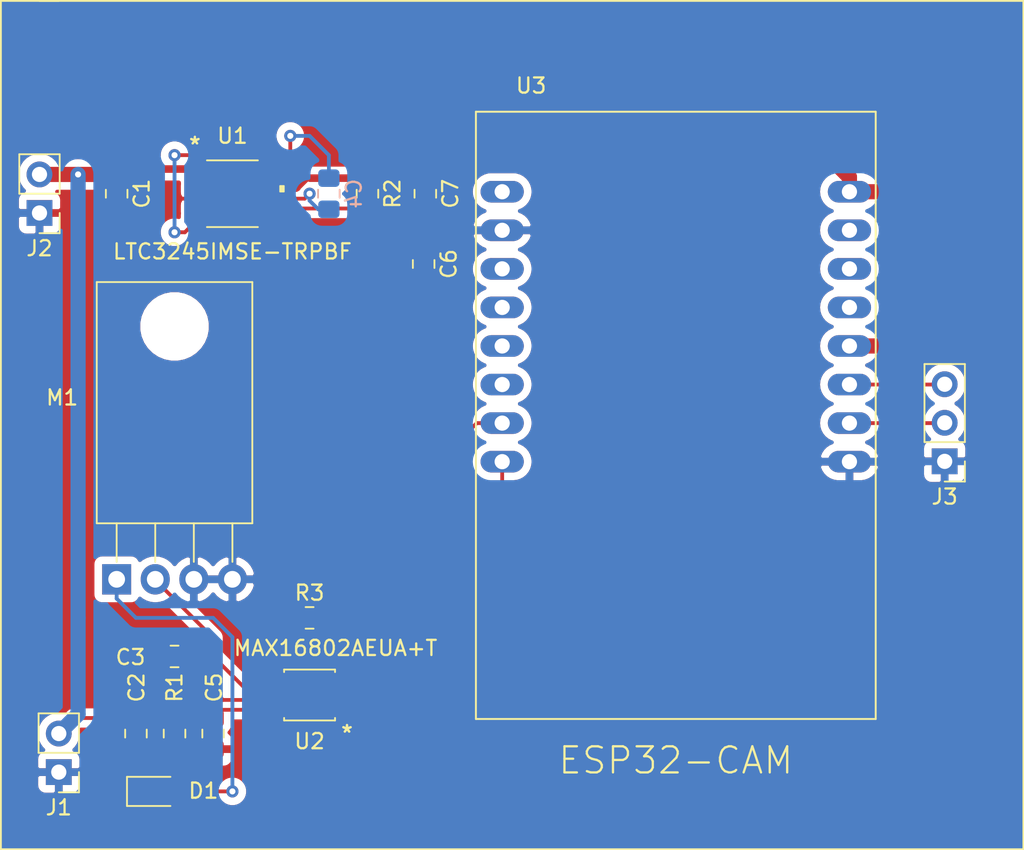
<source format=kicad_pcb>
(kicad_pcb (version 20171130) (host pcbnew 5.1.5+dfsg1-2build2)

  (general
    (thickness 1.6)
    (drawings 5)
    (tracks 109)
    (zones 0)
    (modules 18)
    (nets 16)
  )

  (page A4)
  (layers
    (0 F.Cu signal)
    (31 B.Cu signal)
    (32 B.Adhes user)
    (33 F.Adhes user)
    (34 B.Paste user)
    (35 F.Paste user)
    (36 B.SilkS user)
    (37 F.SilkS user)
    (38 B.Mask user)
    (39 F.Mask user)
    (40 Dwgs.User user)
    (41 Cmts.User user)
    (42 Eco1.User user)
    (43 Eco2.User user)
    (44 Edge.Cuts user)
    (45 Margin user)
    (46 B.CrtYd user)
    (47 F.CrtYd user)
    (48 B.Fab user)
    (49 F.Fab user hide)
  )

  (setup
    (last_trace_width 0.25)
    (trace_clearance 0.2)
    (zone_clearance 0.508)
    (zone_45_only no)
    (trace_min 0.2)
    (via_size 0.8)
    (via_drill 0.4)
    (via_min_size 0.4)
    (via_min_drill 0.3)
    (uvia_size 0.3)
    (uvia_drill 0.1)
    (uvias_allowed no)
    (uvia_min_size 0.2)
    (uvia_min_drill 0.1)
    (edge_width 0.05)
    (segment_width 0.2)
    (pcb_text_width 0.3)
    (pcb_text_size 1.5 1.5)
    (mod_edge_width 0.12)
    (mod_text_size 1 1)
    (mod_text_width 0.15)
    (pad_size 1.524 1.524)
    (pad_drill 0.762)
    (pad_to_mask_clearance 0.051)
    (solder_mask_min_width 0.25)
    (aux_axis_origin 0 0)
    (visible_elements FFFFFF7F)
    (pcbplotparams
      (layerselection 0x010fc_ffffffff)
      (usegerberextensions false)
      (usegerberattributes false)
      (usegerberadvancedattributes false)
      (creategerberjobfile false)
      (excludeedgelayer true)
      (linewidth 0.100000)
      (plotframeref false)
      (viasonmask false)
      (mode 1)
      (useauxorigin false)
      (hpglpennumber 1)
      (hpglpenspeed 20)
      (hpglpendiameter 15.000000)
      (psnegative false)
      (psa4output false)
      (plotreference true)
      (plotvalue true)
      (plotinvisibletext false)
      (padsonsilk false)
      (subtractmaskfromsilk false)
      (outputformat 1)
      (mirror false)
      (drillshape 0)
      (scaleselection 1)
      (outputdirectory "esp32_gerber/"))
  )

  (net 0 "")
  (net 1 +12V)
  (net 2 "Net-(C2-Pad2)")
  (net 3 "Net-(C3-Pad1)")
  (net 4 "Net-(C4-Pad2)")
  (net 5 "Net-(C4-Pad1)")
  (net 6 "Net-(C6-Pad1)")
  (net 7 "Net-(D1-Pad2)")
  (net 8 "Net-(J3-Pad3)")
  (net 9 "Net-(J3-Pad2)")
  (net 10 "Net-(M1-Pad2)")
  (net 11 +3V3)
  (net 12 "Net-(R3-Pad2)")
  (net 13 /EN)
  (net 14 /PWM)
  (net 15 GND)

  (net_class Default 这是默认网络类。
    (clearance 0.2)
    (trace_width 0.25)
    (via_dia 0.8)
    (via_drill 0.4)
    (uvia_dia 0.3)
    (uvia_drill 0.1)
    (add_net +12V)
    (add_net +3V3)
    (add_net /EN)
    (add_net /PWM)
    (add_net GND)
    (add_net "Net-(C2-Pad2)")
    (add_net "Net-(C3-Pad1)")
    (add_net "Net-(C4-Pad1)")
    (add_net "Net-(C4-Pad2)")
    (add_net "Net-(C6-Pad1)")
    (add_net "Net-(D1-Pad2)")
    (add_net "Net-(J3-Pad2)")
    (add_net "Net-(J3-Pad3)")
    (add_net "Net-(M1-Pad2)")
    (add_net "Net-(R3-Pad2)")
  )

  (module esp32-cam:ESP32-CAM (layer F.Cu) (tedit 6151B0EB) (tstamp 6151E488)
    (at 121.9 87.5)
    (path /615CEF29)
    (fp_text reference U3 (at -9.525 -17.145) (layer F.SilkS)
      (effects (font (size 1 1) (thickness 0.15)))
    )
    (fp_text value ESP32-CAM (at 0 0) (layer F.Fab)
      (effects (font (size 0.787402 0.787402) (thickness 0.15)))
    )
    (fp_line (start -13.16 24.57) (end -13.16 -15.43) (layer F.SilkS) (width 0.127))
    (fp_line (start -13.16 -15.43) (end 13.16 -15.43) (layer F.SilkS) (width 0.127))
    (fp_line (start 13.16 -15.43) (end 13.16 24.57) (layer F.SilkS) (width 0.127))
    (fp_line (start 13.16 24.57) (end -13.16 24.57) (layer F.SilkS) (width 0.127))
    (fp_text user ESP32-CAM (at 0 27.3) (layer F.SilkS)
      (effects (font (size 1.72 1.72) (thickness 0.15)))
    )
    (pad P1 thru_hole oval (at -11.43 -10.16) (size 2.8448 1.4224) (drill 1) (layers *.Cu *.Mask))
    (pad P2 thru_hole oval (at -11.43 -7.62) (size 2.8448 1.4224) (drill 1) (layers *.Cu *.Mask)
      (net 15 GND))
    (pad P3 thru_hole oval (at -11.43 -5.08) (size 2.8448 1.4224) (drill 1) (layers *.Cu *.Mask))
    (pad P4 thru_hole oval (at -11.43 -2.54) (size 2.8448 1.4224) (drill 1) (layers *.Cu *.Mask))
    (pad P5 thru_hole oval (at -11.43 0) (size 2.8448 1.4224) (drill 1) (layers *.Cu *.Mask))
    (pad P6 thru_hole oval (at -11.43 2.54) (size 2.8448 1.4224) (drill 1) (layers *.Cu *.Mask))
    (pad P7 thru_hole oval (at -11.43 5.08) (size 2.8448 1.4224) (drill 1) (layers *.Cu *.Mask)
      (net 14 /PWM))
    (pad P8 thru_hole oval (at -11.43 7.62) (size 2.8448 1.4224) (drill 1) (layers *.Cu *.Mask)
      (net 13 /EN))
    (pad P9 thru_hole oval (at 11.43 7.62) (size 2.8448 1.4224) (drill 1) (layers *.Cu *.Mask)
      (net 15 GND))
    (pad P10 thru_hole oval (at 11.43 5.08) (size 2.8448 1.4224) (drill 1) (layers *.Cu *.Mask)
      (net 9 "Net-(J3-Pad2)"))
    (pad P11 thru_hole oval (at 11.43 2.54) (size 2.8448 1.4224) (drill 1) (layers *.Cu *.Mask)
      (net 8 "Net-(J3-Pad3)"))
    (pad P12 thru_hole oval (at 11.43 0) (size 2.8448 1.4224) (drill 1) (layers *.Cu *.Mask)
      (net 11 +3V3))
    (pad P13 thru_hole oval (at 11.43 -2.54) (size 2.8448 1.4224) (drill 1) (layers *.Cu *.Mask))
    (pad P14 thru_hole oval (at 11.43 -5.08) (size 2.8448 1.4224) (drill 1) (layers *.Cu *.Mask))
    (pad P15 thru_hole oval (at 11.43 -7.62) (size 2.8448 1.4224) (drill 1) (layers *.Cu *.Mask))
    (pad P16 thru_hole oval (at 11.43 -10.16) (size 2.8448 1.4224) (drill 1) (layers *.Cu *.Mask)
      (net 11 +3V3))
    (model "${KIPRJMOD}/lib/ESP32-cam-3d/ESP3-CAM v4.step"
      (offset (xyz 13.5 15 7.5))
      (scale (xyz 1 1 1))
      (rotate (xyz -90 0 90))
    )
  )

  (module Capacitor_SMD:C_0805_2012Metric_Pad1.15x1.40mm_HandSolder (layer F.Cu) (tedit 5B36C52B) (tstamp 6151E2D9)
    (at 88.9 107.95 180)
    (descr "Capacitor SMD 0805 (2012 Metric), square (rectangular) end terminal, IPC_7351 nominal with elongated pad for handsoldering. (Body size source: https://docs.google.com/spreadsheets/d/1BsfQQcO9C6DZCsRaXUlFlo91Tg2WpOkGARC1WS5S8t0/edit?usp=sharing), generated with kicad-footprint-generator")
    (tags "capacitor handsolder")
    (path /61591C9F)
    (attr smd)
    (fp_text reference C3 (at 2.9 -0.05) (layer F.SilkS)
      (effects (font (size 1 1) (thickness 0.15)))
    )
    (fp_text value 1uF (at 0 1.65) (layer F.Fab)
      (effects (font (size 1 1) (thickness 0.15)))
    )
    (fp_text user %R (at 0 0) (layer F.Fab)
      (effects (font (size 0.5 0.5) (thickness 0.08)))
    )
    (fp_line (start 1.85 0.95) (end -1.85 0.95) (layer F.CrtYd) (width 0.05))
    (fp_line (start 1.85 -0.95) (end 1.85 0.95) (layer F.CrtYd) (width 0.05))
    (fp_line (start -1.85 -0.95) (end 1.85 -0.95) (layer F.CrtYd) (width 0.05))
    (fp_line (start -1.85 0.95) (end -1.85 -0.95) (layer F.CrtYd) (width 0.05))
    (fp_line (start -0.261252 0.71) (end 0.261252 0.71) (layer F.SilkS) (width 0.12))
    (fp_line (start -0.261252 -0.71) (end 0.261252 -0.71) (layer F.SilkS) (width 0.12))
    (fp_line (start 1 0.6) (end -1 0.6) (layer F.Fab) (width 0.1))
    (fp_line (start 1 -0.6) (end 1 0.6) (layer F.Fab) (width 0.1))
    (fp_line (start -1 -0.6) (end 1 -0.6) (layer F.Fab) (width 0.1))
    (fp_line (start -1 0.6) (end -1 -0.6) (layer F.Fab) (width 0.1))
    (pad 2 smd roundrect (at 1.025 0 180) (size 1.15 1.4) (layers F.Cu F.Paste F.Mask) (roundrect_rratio 0.217391)
      (net 15 GND))
    (pad 1 smd roundrect (at -1.025 0 180) (size 1.15 1.4) (layers F.Cu F.Paste F.Mask) (roundrect_rratio 0.217391)
      (net 3 "Net-(C3-Pad1)"))
    (model ${KISYS3DMOD}/Capacitor_SMD.3dshapes/C_0805_2012Metric.wrl
      (at (xyz 0 0 0))
      (scale (xyz 1 1 1))
      (rotate (xyz 0 0 0))
    )
  )

  (module esp32-cam:LTC3245IMSE-TRPBF (layer F.Cu) (tedit 615183F2) (tstamp 6151E426)
    (at 92.71 77.47)
    (path /6152421A)
    (fp_text reference U1 (at 0 -3.81) (layer F.SilkS)
      (effects (font (size 1 1) (thickness 0.15)))
    )
    (fp_text value LTC3245IMSE-TRPBF (at 0 3.81) (layer F.SilkS)
      (effects (font (size 1 1) (thickness 0.15)))
    )
    (fp_text user "Copyright 2021 Accelerated Designs. All rights reserved." (at 0 0) (layer Cmts.User)
      (effects (font (size 0.127 0.127) (thickness 0.002)))
    )
    (fp_text user * (at -2.47015 -3.2004) (layer F.SilkS)
      (effects (font (size 1 1) (thickness 0.15)))
    )
    (fp_text user * (at -1.1684 -1.9939) (layer F.Fab)
      (effects (font (size 1 1) (thickness 0.15)))
    )
    (fp_text user * (at -2.47015 -3.2004) (layer F.SilkS)
      (effects (font (size 1 1) (thickness 0.15)))
    )
    (fp_text user * (at -1.1684 -1.9939) (layer F.Fab)
      (effects (font (size 1 1) (thickness 0.15)))
    )
    (fp_line (start -1.5494 -1.4351) (end -1.5494 -1.8161) (layer F.Fab) (width 0.1))
    (fp_line (start -1.5494 -1.8161) (end -2.5273 -1.8161) (layer F.Fab) (width 0.1))
    (fp_line (start -2.5273 -1.8161) (end -2.5273 -1.4351) (layer F.Fab) (width 0.1))
    (fp_line (start -2.5273 -1.4351) (end -1.5494 -1.4351) (layer F.Fab) (width 0.1))
    (fp_line (start -1.5494 -0.78486) (end -1.5494 -1.16586) (layer F.Fab) (width 0.1))
    (fp_line (start -1.5494 -1.16586) (end -2.5273 -1.16586) (layer F.Fab) (width 0.1))
    (fp_line (start -2.5273 -1.16586) (end -2.5273 -0.78486) (layer F.Fab) (width 0.1))
    (fp_line (start -2.5273 -0.78486) (end -1.5494 -0.78486) (layer F.Fab) (width 0.1))
    (fp_line (start -1.5494 -0.13462) (end -1.5494 -0.51562) (layer F.Fab) (width 0.1))
    (fp_line (start -1.5494 -0.51562) (end -2.5273 -0.51562) (layer F.Fab) (width 0.1))
    (fp_line (start -2.5273 -0.51562) (end -2.5273 -0.13462) (layer F.Fab) (width 0.1))
    (fp_line (start -2.5273 -0.13462) (end -1.5494 -0.13462) (layer F.Fab) (width 0.1))
    (fp_line (start -1.5494 0.51562) (end -1.5494 0.13462) (layer F.Fab) (width 0.1))
    (fp_line (start -1.5494 0.13462) (end -2.5273 0.13462) (layer F.Fab) (width 0.1))
    (fp_line (start -2.5273 0.13462) (end -2.5273 0.51562) (layer F.Fab) (width 0.1))
    (fp_line (start -2.5273 0.51562) (end -1.5494 0.51562) (layer F.Fab) (width 0.1))
    (fp_line (start -1.5494 1.16586) (end -1.5494 0.78486) (layer F.Fab) (width 0.1))
    (fp_line (start -1.5494 0.78486) (end -2.5273 0.78486) (layer F.Fab) (width 0.1))
    (fp_line (start -2.5273 0.78486) (end -2.5273 1.16586) (layer F.Fab) (width 0.1))
    (fp_line (start -2.5273 1.16586) (end -1.5494 1.16586) (layer F.Fab) (width 0.1))
    (fp_line (start -1.5494 1.8161) (end -1.5494 1.4351) (layer F.Fab) (width 0.1))
    (fp_line (start -1.5494 1.4351) (end -2.5273 1.4351) (layer F.Fab) (width 0.1))
    (fp_line (start -2.5273 1.4351) (end -2.5273 1.8161) (layer F.Fab) (width 0.1))
    (fp_line (start -2.5273 1.8161) (end -1.5494 1.8161) (layer F.Fab) (width 0.1))
    (fp_line (start 1.5494 1.4351) (end 1.5494 1.8161) (layer F.Fab) (width 0.1))
    (fp_line (start 1.5494 1.8161) (end 2.5273 1.8161) (layer F.Fab) (width 0.1))
    (fp_line (start 2.5273 1.8161) (end 2.5273 1.4351) (layer F.Fab) (width 0.1))
    (fp_line (start 2.5273 1.4351) (end 1.5494 1.4351) (layer F.Fab) (width 0.1))
    (fp_line (start 1.5494 0.78486) (end 1.5494 1.16586) (layer F.Fab) (width 0.1))
    (fp_line (start 1.5494 1.16586) (end 2.5273 1.16586) (layer F.Fab) (width 0.1))
    (fp_line (start 2.5273 1.16586) (end 2.5273 0.78486) (layer F.Fab) (width 0.1))
    (fp_line (start 2.5273 0.78486) (end 1.5494 0.78486) (layer F.Fab) (width 0.1))
    (fp_line (start 1.5494 0.13462) (end 1.5494 0.51562) (layer F.Fab) (width 0.1))
    (fp_line (start 1.5494 0.51562) (end 2.5273 0.51562) (layer F.Fab) (width 0.1))
    (fp_line (start 2.5273 0.51562) (end 2.5273 0.13462) (layer F.Fab) (width 0.1))
    (fp_line (start 2.5273 0.13462) (end 1.5494 0.13462) (layer F.Fab) (width 0.1))
    (fp_line (start 1.5494 -0.51562) (end 1.5494 -0.13462) (layer F.Fab) (width 0.1))
    (fp_line (start 1.5494 -0.13462) (end 2.5273 -0.13462) (layer F.Fab) (width 0.1))
    (fp_line (start 2.5273 -0.13462) (end 2.5273 -0.51562) (layer F.Fab) (width 0.1))
    (fp_line (start 2.5273 -0.51562) (end 1.5494 -0.51562) (layer F.Fab) (width 0.1))
    (fp_line (start 1.5494 -1.16586) (end 1.5494 -0.78486) (layer F.Fab) (width 0.1))
    (fp_line (start 1.5494 -0.78486) (end 2.5273 -0.78486) (layer F.Fab) (width 0.1))
    (fp_line (start 2.5273 -0.78486) (end 2.5273 -1.16586) (layer F.Fab) (width 0.1))
    (fp_line (start 2.5273 -1.16586) (end 1.5494 -1.16586) (layer F.Fab) (width 0.1))
    (fp_line (start 1.5494 -1.8161) (end 1.5494 -1.4351) (layer F.Fab) (width 0.1))
    (fp_line (start 1.5494 -1.4351) (end 2.5273 -1.4351) (layer F.Fab) (width 0.1))
    (fp_line (start 2.5273 -1.4351) (end 2.5273 -1.8161) (layer F.Fab) (width 0.1))
    (fp_line (start 2.5273 -1.8161) (end 1.5494 -1.8161) (layer F.Fab) (width 0.1))
    (fp_line (start -1.6764 2.1971) (end 1.6764 2.1971) (layer F.SilkS) (width 0.12))
    (fp_line (start 1.6764 -2.1971) (end -1.6764 -2.1971) (layer F.SilkS) (width 0.12))
    (fp_line (start -1.5494 2.0701) (end 1.5494 2.0701) (layer F.Fab) (width 0.1))
    (fp_line (start 1.5494 2.0701) (end 1.5494 -2.0701) (layer F.Fab) (width 0.1))
    (fp_line (start 1.5494 -2.0701) (end -1.5494 -2.0701) (layer F.Fab) (width 0.1))
    (fp_line (start -1.5494 -2.0701) (end -1.5494 2.0701) (layer F.Fab) (width 0.1))
    (fp_poly (pts (xy 3.3909 -0.51562) (xy 3.3909 -0.13462) (xy 3.1369 -0.13462) (xy 3.1369 -0.51562)) (layer F.SilkS) (width 0.1))
    (fp_poly (pts (xy -0.7763 -1.3732) (xy -0.7763 -0.1) (xy 0.7763 -0.1) (xy 0.7763 -1.3732)) (layer F.Paste) (width 0.1))
    (fp_poly (pts (xy -0.7763 0.1) (xy -0.7763 1.3732) (xy 0.7763 1.3732) (xy 0.7763 0.1)) (layer F.Paste) (width 0.1))
    (fp_line (start -3.1369 2.0955) (end -3.1369 -2.0955) (layer F.CrtYd) (width 0.05))
    (fp_line (start -3.1369 -2.0955) (end -1.8034 -2.0955) (layer F.CrtYd) (width 0.05))
    (fp_line (start -1.8034 -2.0955) (end -1.8034 -2.3241) (layer F.CrtYd) (width 0.05))
    (fp_line (start -1.8034 -2.3241) (end 1.8034 -2.3241) (layer F.CrtYd) (width 0.05))
    (fp_line (start 1.8034 -2.3241) (end 1.8034 -2.0955) (layer F.CrtYd) (width 0.05))
    (fp_line (start 1.8034 -2.0955) (end 3.1369 -2.0955) (layer F.CrtYd) (width 0.05))
    (fp_line (start 3.1369 -2.0955) (end 3.1369 2.0955) (layer F.CrtYd) (width 0.05))
    (fp_line (start 3.1369 2.0955) (end 1.8034 2.0955) (layer F.CrtYd) (width 0.05))
    (fp_line (start 1.8034 2.0955) (end 1.8034 2.3241) (layer F.CrtYd) (width 0.05))
    (fp_line (start 1.8034 2.3241) (end -1.8034 2.3241) (layer F.CrtYd) (width 0.05))
    (fp_line (start -1.8034 2.3241) (end -1.8034 2.0955) (layer F.CrtYd) (width 0.05))
    (fp_line (start -1.8034 2.0955) (end -3.1369 2.0955) (layer F.CrtYd) (width 0.05))
    (fp_arc (start 0 -2.0701) (end -0.258233 -2.0701) (angle -180) (layer F.CrtYd) (width 0.05))
    (fp_arc (start 0 -2.0701) (end -0.3048 -2.0701) (angle -180) (layer F.Fab) (width 0.1))
    (pad 1 smd rect (at -2.21615 -1.6256) (size 1.3335 0.4318) (layers F.Cu F.Paste F.Mask)
      (net 1 +12V))
    (pad 2 smd rect (at -2.21615 -0.97536) (size 1.3335 0.4318) (layers F.Cu F.Paste F.Mask))
    (pad 3 smd rect (at -2.21615 -0.32512) (size 1.3335 0.4318) (layers F.Cu F.Paste F.Mask))
    (pad 4 smd rect (at -2.21615 0.32512) (size 1.3335 0.4318) (layers F.Cu F.Paste F.Mask)
      (net 15 GND))
    (pad 5 smd rect (at -2.21615 0.97536) (size 1.3335 0.4318) (layers F.Cu F.Paste F.Mask)
      (net 1 +12V))
    (pad 6 smd rect (at -2.21615 1.6256) (size 1.3335 0.4318) (layers F.Cu F.Paste F.Mask)
      (net 1 +12V))
    (pad 7 smd rect (at 2.21615 1.6256) (size 1.3335 0.4318) (layers F.Cu F.Paste F.Mask))
    (pad 8 smd rect (at 2.21615 0.97536) (size 1.3335 0.4318) (layers F.Cu F.Paste F.Mask)
      (net 6 "Net-(C6-Pad1)"))
    (pad 9 smd rect (at 2.21615 0.32512) (size 1.3335 0.4318) (layers F.Cu F.Paste F.Mask)
      (net 5 "Net-(C4-Pad1)"))
    (pad 10 smd rect (at 2.21615 -0.32512) (size 1.3335 0.4318) (layers F.Cu F.Paste F.Mask)
      (net 11 +3V3))
    (pad 11 smd rect (at 2.21615 -0.97536) (size 1.3335 0.4318) (layers F.Cu F.Paste F.Mask)
      (net 4 "Net-(C4-Pad2)"))
    (pad 12 smd rect (at 2.21615 -1.6256) (size 1.3335 0.4318) (layers F.Cu F.Paste F.Mask)
      (net 15 GND))
    (pad EPAD smd rect (at 0 0) (size 1.7526 2.9464) (layers F.Cu F.Paste F.Mask)
      (net 15 GND))
    (model ${KIPRJMOD}/lib/ltc3245/2021-09-27_06-53-09/STEP/MSOP-12_MSE_LIT.step
      (at (xyz 0 0 0))
      (scale (xyz 1 1 1))
      (rotate (xyz 0 0 0))
    )
  )

  (module Connector_PinHeader_2.54mm:PinHeader_1x03_P2.54mm_Vertical (layer F.Cu) (tedit 59FED5CC) (tstamp 6151E373)
    (at 139.6 95.1 180)
    (descr "Through hole straight pin header, 1x03, 2.54mm pitch, single row")
    (tags "Through hole pin header THT 1x03 2.54mm single row")
    (path /615F3391)
    (fp_text reference J3 (at 0 -2.33) (layer F.SilkS)
      (effects (font (size 1 1) (thickness 0.15)))
    )
    (fp_text value UART (at 0 7.41) (layer F.Fab)
      (effects (font (size 1 1) (thickness 0.15)))
    )
    (fp_text user %R (at 0 2.54 90) (layer F.Fab)
      (effects (font (size 1 1) (thickness 0.15)))
    )
    (fp_line (start 1.8 -1.8) (end -1.8 -1.8) (layer F.CrtYd) (width 0.05))
    (fp_line (start 1.8 6.85) (end 1.8 -1.8) (layer F.CrtYd) (width 0.05))
    (fp_line (start -1.8 6.85) (end 1.8 6.85) (layer F.CrtYd) (width 0.05))
    (fp_line (start -1.8 -1.8) (end -1.8 6.85) (layer F.CrtYd) (width 0.05))
    (fp_line (start -1.33 -1.33) (end 0 -1.33) (layer F.SilkS) (width 0.12))
    (fp_line (start -1.33 0) (end -1.33 -1.33) (layer F.SilkS) (width 0.12))
    (fp_line (start -1.33 1.27) (end 1.33 1.27) (layer F.SilkS) (width 0.12))
    (fp_line (start 1.33 1.27) (end 1.33 6.41) (layer F.SilkS) (width 0.12))
    (fp_line (start -1.33 1.27) (end -1.33 6.41) (layer F.SilkS) (width 0.12))
    (fp_line (start -1.33 6.41) (end 1.33 6.41) (layer F.SilkS) (width 0.12))
    (fp_line (start -1.27 -0.635) (end -0.635 -1.27) (layer F.Fab) (width 0.1))
    (fp_line (start -1.27 6.35) (end -1.27 -0.635) (layer F.Fab) (width 0.1))
    (fp_line (start 1.27 6.35) (end -1.27 6.35) (layer F.Fab) (width 0.1))
    (fp_line (start 1.27 -1.27) (end 1.27 6.35) (layer F.Fab) (width 0.1))
    (fp_line (start -0.635 -1.27) (end 1.27 -1.27) (layer F.Fab) (width 0.1))
    (pad 3 thru_hole oval (at 0 5.08 180) (size 1.7 1.7) (drill 1) (layers *.Cu *.Mask)
      (net 8 "Net-(J3-Pad3)"))
    (pad 2 thru_hole oval (at 0 2.54 180) (size 1.7 1.7) (drill 1) (layers *.Cu *.Mask)
      (net 9 "Net-(J3-Pad2)"))
    (pad 1 thru_hole rect (at 0 0 180) (size 1.7 1.7) (drill 1) (layers *.Cu *.Mask)
      (net 15 GND))
    (model ${KISYS3DMOD}/Connector_PinHeader_2.54mm.3dshapes/PinHeader_1x03_P2.54mm_Vertical.wrl
      (at (xyz 0 0 0))
      (scale (xyz 1 1 1))
      (rotate (xyz 0 0 0))
    )
  )

  (module Capacitor_SMD:C_0805_2012Metric_Pad1.15x1.40mm_HandSolder (layer F.Cu) (tedit 5B36C52B) (tstamp 6151E3C9)
    (at 97.79 105.41)
    (descr "Capacitor SMD 0805 (2012 Metric), square (rectangular) end terminal, IPC_7351 nominal with elongated pad for handsoldering. (Body size source: https://docs.google.com/spreadsheets/d/1BsfQQcO9C6DZCsRaXUlFlo91Tg2WpOkGARC1WS5S8t0/edit?usp=sharing), generated with kicad-footprint-generator")
    (tags "capacitor handsolder")
    (path /615C7518)
    (attr smd)
    (fp_text reference R3 (at 0 -1.65) (layer F.SilkS)
      (effects (font (size 1 1) (thickness 0.15)))
    )
    (fp_text value 510k (at 0 1.65) (layer F.Fab)
      (effects (font (size 1 1) (thickness 0.15)))
    )
    (fp_text user %R (at 0 0) (layer F.Fab)
      (effects (font (size 0.5 0.5) (thickness 0.08)))
    )
    (fp_line (start 1.85 0.95) (end -1.85 0.95) (layer F.CrtYd) (width 0.05))
    (fp_line (start 1.85 -0.95) (end 1.85 0.95) (layer F.CrtYd) (width 0.05))
    (fp_line (start -1.85 -0.95) (end 1.85 -0.95) (layer F.CrtYd) (width 0.05))
    (fp_line (start -1.85 0.95) (end -1.85 -0.95) (layer F.CrtYd) (width 0.05))
    (fp_line (start -0.261252 0.71) (end 0.261252 0.71) (layer F.SilkS) (width 0.12))
    (fp_line (start -0.261252 -0.71) (end 0.261252 -0.71) (layer F.SilkS) (width 0.12))
    (fp_line (start 1 0.6) (end -1 0.6) (layer F.Fab) (width 0.1))
    (fp_line (start 1 -0.6) (end 1 0.6) (layer F.Fab) (width 0.1))
    (fp_line (start -1 -0.6) (end 1 -0.6) (layer F.Fab) (width 0.1))
    (fp_line (start -1 0.6) (end -1 -0.6) (layer F.Fab) (width 0.1))
    (pad 2 smd roundrect (at 1.025 0) (size 1.15 1.4) (layers F.Cu F.Paste F.Mask) (roundrect_rratio 0.217391)
      (net 12 "Net-(R3-Pad2)"))
    (pad 1 smd roundrect (at -1.025 0) (size 1.15 1.4) (layers F.Cu F.Paste F.Mask) (roundrect_rratio 0.217391)
      (net 15 GND))
    (model ${KISYS3DMOD}/Capacitor_SMD.3dshapes/C_0805_2012Metric.wrl
      (at (xyz 0 0 0))
      (scale (xyz 1 1 1))
      (rotate (xyz 0 0 0))
    )
  )

  (module esp32-cam:MAX16802AEUA&plus_T (layer F.Cu) (tedit 61518410) (tstamp 6151E46F)
    (at 97.79 110.49 180)
    (path /61575409)
    (fp_text reference U2 (at 0 -3.048) (layer F.SilkS)
      (effects (font (size 1 1) (thickness 0.15)))
    )
    (fp_text value MAX16802AEUA+T (at -1.71 3.09) (layer F.SilkS)
      (effects (font (size 1 1) (thickness 0.15)))
    )
    (fp_text user "Copyright 2021 Accelerated Designs. All rights reserved." (at 0 0) (layer Cmts.User)
      (effects (font (size 0.127 0.127) (thickness 0.002)))
    )
    (fp_text user * (at -2.4638 -2.52476) (layer F.SilkS)
      (effects (font (size 1 1) (thickness 0.15)))
    )
    (fp_text user * (at -1.1684 -1.4732) (layer F.Fab)
      (effects (font (size 1 1) (thickness 0.15)))
    )
    (fp_text user * (at -2.4638 -2.52476) (layer F.SilkS)
      (effects (font (size 1 1) (thickness 0.15)))
    )
    (fp_text user * (at -1.1684 -1.4732) (layer F.Fab)
      (effects (font (size 1 1) (thickness 0.15)))
    )
    (fp_line (start -1.5494 -0.79756) (end -1.5494 -1.15316) (layer F.Fab) (width 0.1))
    (fp_line (start -1.5494 -1.15316) (end -2.5146 -1.15316) (layer F.Fab) (width 0.1))
    (fp_line (start -2.5146 -1.15316) (end -2.5146 -0.79756) (layer F.Fab) (width 0.1))
    (fp_line (start -2.5146 -0.79756) (end -1.5494 -0.79756) (layer F.Fab) (width 0.1))
    (fp_line (start -1.5494 -0.14732) (end -1.5494 -0.50292) (layer F.Fab) (width 0.1))
    (fp_line (start -1.5494 -0.50292) (end -2.5146 -0.50292) (layer F.Fab) (width 0.1))
    (fp_line (start -2.5146 -0.50292) (end -2.5146 -0.14732) (layer F.Fab) (width 0.1))
    (fp_line (start -2.5146 -0.14732) (end -1.5494 -0.14732) (layer F.Fab) (width 0.1))
    (fp_line (start -1.5494 0.50292) (end -1.5494 0.14732) (layer F.Fab) (width 0.1))
    (fp_line (start -1.5494 0.14732) (end -2.5146 0.14732) (layer F.Fab) (width 0.1))
    (fp_line (start -2.5146 0.14732) (end -2.5146 0.50292) (layer F.Fab) (width 0.1))
    (fp_line (start -2.5146 0.50292) (end -1.5494 0.50292) (layer F.Fab) (width 0.1))
    (fp_line (start -1.5494 1.15316) (end -1.5494 0.79756) (layer F.Fab) (width 0.1))
    (fp_line (start -1.5494 0.79756) (end -2.5146 0.79756) (layer F.Fab) (width 0.1))
    (fp_line (start -2.5146 0.79756) (end -2.5146 1.15316) (layer F.Fab) (width 0.1))
    (fp_line (start -2.5146 1.15316) (end -1.5494 1.15316) (layer F.Fab) (width 0.1))
    (fp_line (start 1.5494 0.79756) (end 1.5494 1.15316) (layer F.Fab) (width 0.1))
    (fp_line (start 1.5494 1.15316) (end 2.5146 1.15316) (layer F.Fab) (width 0.1))
    (fp_line (start 2.5146 1.15316) (end 2.5146 0.79756) (layer F.Fab) (width 0.1))
    (fp_line (start 2.5146 0.79756) (end 1.5494 0.79756) (layer F.Fab) (width 0.1))
    (fp_line (start 1.5494 0.14732) (end 1.5494 0.50292) (layer F.Fab) (width 0.1))
    (fp_line (start 1.5494 0.50292) (end 2.5146 0.50292) (layer F.Fab) (width 0.1))
    (fp_line (start 2.5146 0.50292) (end 2.5146 0.14732) (layer F.Fab) (width 0.1))
    (fp_line (start 2.5146 0.14732) (end 1.5494 0.14732) (layer F.Fab) (width 0.1))
    (fp_line (start 1.5494 -0.50292) (end 1.5494 -0.14732) (layer F.Fab) (width 0.1))
    (fp_line (start 1.5494 -0.14732) (end 2.5146 -0.14732) (layer F.Fab) (width 0.1))
    (fp_line (start 2.5146 -0.14732) (end 2.5146 -0.50292) (layer F.Fab) (width 0.1))
    (fp_line (start 2.5146 -0.50292) (end 1.5494 -0.50292) (layer F.Fab) (width 0.1))
    (fp_line (start 1.5494 -1.15316) (end 1.5494 -0.79756) (layer F.Fab) (width 0.1))
    (fp_line (start 1.5494 -0.79756) (end 2.5146 -0.79756) (layer F.Fab) (width 0.1))
    (fp_line (start 2.5146 -0.79756) (end 2.5146 -1.15316) (layer F.Fab) (width 0.1))
    (fp_line (start 2.5146 -1.15316) (end 1.5494 -1.15316) (layer F.Fab) (width 0.1))
    (fp_line (start -1.6764 1.6764) (end 1.6764 1.6764) (layer F.SilkS) (width 0.12))
    (fp_line (start 1.6764 1.6764) (end 1.6764 1.5113) (layer F.SilkS) (width 0.12))
    (fp_line (start 1.6764 -1.6764) (end -1.6764 -1.6764) (layer F.SilkS) (width 0.12))
    (fp_line (start -1.6764 -1.6764) (end -1.6764 -1.5113) (layer F.SilkS) (width 0.12))
    (fp_line (start -1.5494 1.5494) (end 1.5494 1.5494) (layer F.Fab) (width 0.1))
    (fp_line (start 1.5494 1.5494) (end 1.5494 -1.5494) (layer F.Fab) (width 0.1))
    (fp_line (start 1.5494 -1.5494) (end -1.5494 -1.5494) (layer F.Fab) (width 0.1))
    (fp_line (start -1.5494 -1.5494) (end -1.5494 1.5494) (layer F.Fab) (width 0.1))
    (fp_line (start -1.6764 1.5113) (end -1.6764 1.6764) (layer F.SilkS) (width 0.12))
    (fp_line (start 1.6764 -1.5113) (end 1.6764 -1.6764) (layer F.SilkS) (width 0.12))
    (fp_line (start -3.1242 1.43256) (end -3.1242 -1.43256) (layer F.CrtYd) (width 0.05))
    (fp_line (start -3.1242 -1.43256) (end -1.8034 -1.43256) (layer F.CrtYd) (width 0.05))
    (fp_line (start -1.8034 -1.43256) (end -1.8034 -1.8034) (layer F.CrtYd) (width 0.05))
    (fp_line (start -1.8034 -1.8034) (end 1.8034 -1.8034) (layer F.CrtYd) (width 0.05))
    (fp_line (start 1.8034 -1.8034) (end 1.8034 -1.43256) (layer F.CrtYd) (width 0.05))
    (fp_line (start 1.8034 -1.43256) (end 3.1242 -1.43256) (layer F.CrtYd) (width 0.05))
    (fp_line (start 3.1242 -1.43256) (end 3.1242 1.43256) (layer F.CrtYd) (width 0.05))
    (fp_line (start 3.1242 1.43256) (end 1.8034 1.43256) (layer F.CrtYd) (width 0.05))
    (fp_line (start 1.8034 1.43256) (end 1.8034 1.8034) (layer F.CrtYd) (width 0.05))
    (fp_line (start 1.8034 1.8034) (end -1.8034 1.8034) (layer F.CrtYd) (width 0.05))
    (fp_line (start -1.8034 1.8034) (end -1.8034 1.43256) (layer F.CrtYd) (width 0.05))
    (fp_line (start -1.8034 1.43256) (end -3.1242 1.43256) (layer F.CrtYd) (width 0.05))
    (fp_arc (start 0 -1.5494) (end -0.258233 -1.5494) (angle -180) (layer F.CrtYd) (width 0.05))
    (fp_arc (start 0 -1.5494) (end -0.3048 -1.5494) (angle -180) (layer F.Fab) (width 0.1))
    (pad 1 smd rect (at -2.2098 -0.97536 180) (size 1.3208 0.4064) (layers F.Cu F.Paste F.Mask)
      (net 13 /EN))
    (pad 2 smd rect (at -2.2098 -0.32512 180) (size 1.3208 0.4064) (layers F.Cu F.Paste F.Mask)
      (net 14 /PWM))
    (pad 3 smd rect (at -2.2098 0.32512 180) (size 1.3208 0.4064) (layers F.Cu F.Paste F.Mask))
    (pad 4 smd rect (at -2.2098 0.97536 180) (size 1.3208 0.4064) (layers F.Cu F.Paste F.Mask)
      (net 12 "Net-(R3-Pad2)"))
    (pad 5 smd rect (at 2.2098 0.97536 180) (size 1.3208 0.4064) (layers F.Cu F.Paste F.Mask)
      (net 15 GND))
    (pad 6 smd rect (at 2.2098 0.32512 180) (size 1.3208 0.4064) (layers F.Cu F.Paste F.Mask)
      (net 10 "Net-(M1-Pad2)"))
    (pad 7 smd rect (at 2.2098 -0.32512 180) (size 1.3208 0.4064) (layers F.Cu F.Paste F.Mask)
      (net 3 "Net-(C3-Pad1)"))
    (pad 8 smd rect (at 2.2098 -0.97536 180) (size 1.3208 0.4064) (layers F.Cu F.Paste F.Mask)
      (net 1 +12V))
    (model ${KIPRJMOD}/lib/max16802/2021-09-27_07-32-50/STEP/21-0036K_MXM.step
      (at (xyz 0 0 0))
      (scale (xyz 1 1 1))
      (rotate (xyz 0 0 0))
    )
  )

  (module Capacitor_SMD:C_0805_2012Metric_Pad1.15x1.40mm_HandSolder (layer F.Cu) (tedit 5B36C52B) (tstamp 61526955)
    (at 105.41 77.47 270)
    (descr "Capacitor SMD 0805 (2012 Metric), square (rectangular) end terminal, IPC_7351 nominal with elongated pad for handsoldering. (Body size source: https://docs.google.com/spreadsheets/d/1BsfQQcO9C6DZCsRaXUlFlo91Tg2WpOkGARC1WS5S8t0/edit?usp=sharing), generated with kicad-footprint-generator")
    (tags "capacitor handsolder")
    (path /61528F14)
    (attr smd)
    (fp_text reference C7 (at 0 -1.65 90) (layer F.SilkS)
      (effects (font (size 1 1) (thickness 0.15)))
    )
    (fp_text value 10uF (at 0 1.65 90) (layer F.Fab)
      (effects (font (size 1 1) (thickness 0.15)))
    )
    (fp_text user %R (at 0 0 90) (layer F.Fab)
      (effects (font (size 0.5 0.5) (thickness 0.08)))
    )
    (fp_line (start 1.85 0.95) (end -1.85 0.95) (layer F.CrtYd) (width 0.05))
    (fp_line (start 1.85 -0.95) (end 1.85 0.95) (layer F.CrtYd) (width 0.05))
    (fp_line (start -1.85 -0.95) (end 1.85 -0.95) (layer F.CrtYd) (width 0.05))
    (fp_line (start -1.85 0.95) (end -1.85 -0.95) (layer F.CrtYd) (width 0.05))
    (fp_line (start -0.261252 0.71) (end 0.261252 0.71) (layer F.SilkS) (width 0.12))
    (fp_line (start -0.261252 -0.71) (end 0.261252 -0.71) (layer F.SilkS) (width 0.12))
    (fp_line (start 1 0.6) (end -1 0.6) (layer F.Fab) (width 0.1))
    (fp_line (start 1 -0.6) (end 1 0.6) (layer F.Fab) (width 0.1))
    (fp_line (start -1 -0.6) (end 1 -0.6) (layer F.Fab) (width 0.1))
    (fp_line (start -1 0.6) (end -1 -0.6) (layer F.Fab) (width 0.1))
    (pad 2 smd roundrect (at 1.025 0 270) (size 1.15 1.4) (layers F.Cu F.Paste F.Mask) (roundrect_rratio 0.217391)
      (net 15 GND))
    (pad 1 smd roundrect (at -1.025 0 270) (size 1.15 1.4) (layers F.Cu F.Paste F.Mask) (roundrect_rratio 0.217391)
      (net 11 +3V3))
    (model ${KISYS3DMOD}/Capacitor_SMD.3dshapes/C_0805_2012Metric.wrl
      (at (xyz 0 0 0))
      (scale (xyz 1 1 1))
      (rotate (xyz 0 0 0))
    )
  )

  (module Capacitor_SMD:C_0805_2012Metric_Pad1.15x1.40mm_HandSolder (layer F.Cu) (tedit 5B36C52B) (tstamp 6151E3B8)
    (at 101.6 77.47 270)
    (descr "Capacitor SMD 0805 (2012 Metric), square (rectangular) end terminal, IPC_7351 nominal with elongated pad for handsoldering. (Body size source: https://docs.google.com/spreadsheets/d/1BsfQQcO9C6DZCsRaXUlFlo91Tg2WpOkGARC1WS5S8t0/edit?usp=sharing), generated with kicad-footprint-generator")
    (tags "capacitor handsolder")
    (path /6152D16E)
    (attr smd)
    (fp_text reference R2 (at 0 -1.65 90) (layer F.SilkS)
      (effects (font (size 1 1) (thickness 0.15)))
    )
    (fp_text value 510k (at 0 1.65 90) (layer F.Fab)
      (effects (font (size 1 1) (thickness 0.15)))
    )
    (fp_text user %R (at 0 0 90) (layer F.Fab)
      (effects (font (size 0.5 0.5) (thickness 0.08)))
    )
    (fp_line (start 1.85 0.95) (end -1.85 0.95) (layer F.CrtYd) (width 0.05))
    (fp_line (start 1.85 -0.95) (end 1.85 0.95) (layer F.CrtYd) (width 0.05))
    (fp_line (start -1.85 -0.95) (end 1.85 -0.95) (layer F.CrtYd) (width 0.05))
    (fp_line (start -1.85 0.95) (end -1.85 -0.95) (layer F.CrtYd) (width 0.05))
    (fp_line (start -0.261252 0.71) (end 0.261252 0.71) (layer F.SilkS) (width 0.12))
    (fp_line (start -0.261252 -0.71) (end 0.261252 -0.71) (layer F.SilkS) (width 0.12))
    (fp_line (start 1 0.6) (end -1 0.6) (layer F.Fab) (width 0.1))
    (fp_line (start 1 -0.6) (end 1 0.6) (layer F.Fab) (width 0.1))
    (fp_line (start -1 -0.6) (end 1 -0.6) (layer F.Fab) (width 0.1))
    (fp_line (start -1 0.6) (end -1 -0.6) (layer F.Fab) (width 0.1))
    (pad 2 smd roundrect (at 1.025 0 270) (size 1.15 1.4) (layers F.Cu F.Paste F.Mask) (roundrect_rratio 0.217391)
      (net 6 "Net-(C6-Pad1)"))
    (pad 1 smd roundrect (at -1.025 0 270) (size 1.15 1.4) (layers F.Cu F.Paste F.Mask) (roundrect_rratio 0.217391)
      (net 11 +3V3))
    (model ${KISYS3DMOD}/Capacitor_SMD.3dshapes/C_0805_2012Metric.wrl
      (at (xyz 0 0 0))
      (scale (xyz 1 1 1))
      (rotate (xyz 0 0 0))
    )
  )

  (module LED_SMD:LED_0805_2012Metric_Pad1.15x1.40mm_HandSolder (layer F.Cu) (tedit 5B4B45C9) (tstamp 6151E330)
    (at 87.63 116.84)
    (descr "LED SMD 0805 (2012 Metric), square (rectangular) end terminal, IPC_7351 nominal, (Body size source: https://docs.google.com/spreadsheets/d/1BsfQQcO9C6DZCsRaXUlFlo91Tg2WpOkGARC1WS5S8t0/edit?usp=sharing), generated with kicad-footprint-generator")
    (tags "LED handsolder")
    (path /615C425E)
    (attr smd)
    (fp_text reference D1 (at 3.17 -0.04) (layer F.SilkS)
      (effects (font (size 1 1) (thickness 0.15)))
    )
    (fp_text value LED (at 0 1.65) (layer F.Fab)
      (effects (font (size 1 1) (thickness 0.15)))
    )
    (fp_text user %R (at 0 0) (layer F.Fab)
      (effects (font (size 0.5 0.5) (thickness 0.08)))
    )
    (fp_line (start 1.85 0.95) (end -1.85 0.95) (layer F.CrtYd) (width 0.05))
    (fp_line (start 1.85 -0.95) (end 1.85 0.95) (layer F.CrtYd) (width 0.05))
    (fp_line (start -1.85 -0.95) (end 1.85 -0.95) (layer F.CrtYd) (width 0.05))
    (fp_line (start -1.85 0.95) (end -1.85 -0.95) (layer F.CrtYd) (width 0.05))
    (fp_line (start -1.86 0.96) (end 1 0.96) (layer F.SilkS) (width 0.12))
    (fp_line (start -1.86 -0.96) (end -1.86 0.96) (layer F.SilkS) (width 0.12))
    (fp_line (start 1 -0.96) (end -1.86 -0.96) (layer F.SilkS) (width 0.12))
    (fp_line (start 1 0.6) (end 1 -0.6) (layer F.Fab) (width 0.1))
    (fp_line (start -1 0.6) (end 1 0.6) (layer F.Fab) (width 0.1))
    (fp_line (start -1 -0.3) (end -1 0.6) (layer F.Fab) (width 0.1))
    (fp_line (start -0.7 -0.6) (end -1 -0.3) (layer F.Fab) (width 0.1))
    (fp_line (start 1 -0.6) (end -0.7 -0.6) (layer F.Fab) (width 0.1))
    (pad 2 smd roundrect (at 1.025 0) (size 1.15 1.4) (layers F.Cu F.Paste F.Mask) (roundrect_rratio 0.217391)
      (net 7 "Net-(D1-Pad2)"))
    (pad 1 smd roundrect (at -1.025 0) (size 1.15 1.4) (layers F.Cu F.Paste F.Mask) (roundrect_rratio 0.217391)
      (net 2 "Net-(C2-Pad2)"))
    (model ${KISYS3DMOD}/LED_SMD.3dshapes/LED_0805_2012Metric.wrl
      (at (xyz 0 0 0))
      (scale (xyz 1 1 1))
      (rotate (xyz 0 0 0))
    )
  )

  (module Connector_PinHeader_2.54mm:PinHeader_1x02_P2.54mm_Vertical (layer F.Cu) (tedit 59FED5CC) (tstamp 615254EE)
    (at 80.01 78.74 180)
    (descr "Through hole straight pin header, 1x02, 2.54mm pitch, single row")
    (tags "Through hole pin header THT 1x02 2.54mm single row")
    (path /61603D8D)
    (fp_text reference J2 (at 0 -2.33) (layer F.SilkS)
      (effects (font (size 1 1) (thickness 0.15)))
    )
    (fp_text value "POWER IN" (at 0 4.87) (layer F.Fab)
      (effects (font (size 1 1) (thickness 0.15)))
    )
    (fp_text user %R (at 0 1.27 90) (layer F.Fab)
      (effects (font (size 1 1) (thickness 0.15)))
    )
    (fp_line (start 1.8 -1.8) (end -1.8 -1.8) (layer F.CrtYd) (width 0.05))
    (fp_line (start 1.8 4.35) (end 1.8 -1.8) (layer F.CrtYd) (width 0.05))
    (fp_line (start -1.8 4.35) (end 1.8 4.35) (layer F.CrtYd) (width 0.05))
    (fp_line (start -1.8 -1.8) (end -1.8 4.35) (layer F.CrtYd) (width 0.05))
    (fp_line (start -1.33 -1.33) (end 0 -1.33) (layer F.SilkS) (width 0.12))
    (fp_line (start -1.33 0) (end -1.33 -1.33) (layer F.SilkS) (width 0.12))
    (fp_line (start -1.33 1.27) (end 1.33 1.27) (layer F.SilkS) (width 0.12))
    (fp_line (start 1.33 1.27) (end 1.33 3.87) (layer F.SilkS) (width 0.12))
    (fp_line (start -1.33 1.27) (end -1.33 3.87) (layer F.SilkS) (width 0.12))
    (fp_line (start -1.33 3.87) (end 1.33 3.87) (layer F.SilkS) (width 0.12))
    (fp_line (start -1.27 -0.635) (end -0.635 -1.27) (layer F.Fab) (width 0.1))
    (fp_line (start -1.27 3.81) (end -1.27 -0.635) (layer F.Fab) (width 0.1))
    (fp_line (start 1.27 3.81) (end -1.27 3.81) (layer F.Fab) (width 0.1))
    (fp_line (start 1.27 -1.27) (end 1.27 3.81) (layer F.Fab) (width 0.1))
    (fp_line (start -0.635 -1.27) (end 1.27 -1.27) (layer F.Fab) (width 0.1))
    (pad 2 thru_hole oval (at 0 2.54 180) (size 1.7 1.7) (drill 1) (layers *.Cu *.Mask)
      (net 1 +12V))
    (pad 1 thru_hole rect (at 0 0 180) (size 1.7 1.7) (drill 1) (layers *.Cu *.Mask)
      (net 15 GND))
    (model ${KISYS3DMOD}/Connector_PinHeader_2.54mm.3dshapes/PinHeader_1x02_P2.54mm_Vertical.wrl
      (at (xyz 0 0 0))
      (scale (xyz 1 1 1))
      (rotate (xyz 0 0 0))
    )
  )

  (module Capacitor_SMD:C_0805_2012Metric_Pad1.15x1.40mm_HandSolder (layer F.Cu) (tedit 5B36C52B) (tstamp 6151E30C)
    (at 105.3 82.1 270)
    (descr "Capacitor SMD 0805 (2012 Metric), square (rectangular) end terminal, IPC_7351 nominal with elongated pad for handsoldering. (Body size source: https://docs.google.com/spreadsheets/d/1BsfQQcO9C6DZCsRaXUlFlo91Tg2WpOkGARC1WS5S8t0/edit?usp=sharing), generated with kicad-footprint-generator")
    (tags "capacitor handsolder")
    (path /6154ABBE)
    (attr smd)
    (fp_text reference C6 (at 0 -1.65 90) (layer F.SilkS)
      (effects (font (size 1 1) (thickness 0.15)))
    )
    (fp_text value 1uF (at 0 1.65 90) (layer F.Fab)
      (effects (font (size 1 1) (thickness 0.15)))
    )
    (fp_text user %R (at 0 0 90) (layer F.Fab)
      (effects (font (size 0.5 0.5) (thickness 0.08)))
    )
    (fp_line (start 1.85 0.95) (end -1.85 0.95) (layer F.CrtYd) (width 0.05))
    (fp_line (start 1.85 -0.95) (end 1.85 0.95) (layer F.CrtYd) (width 0.05))
    (fp_line (start -1.85 -0.95) (end 1.85 -0.95) (layer F.CrtYd) (width 0.05))
    (fp_line (start -1.85 0.95) (end -1.85 -0.95) (layer F.CrtYd) (width 0.05))
    (fp_line (start -0.261252 0.71) (end 0.261252 0.71) (layer F.SilkS) (width 0.12))
    (fp_line (start -0.261252 -0.71) (end 0.261252 -0.71) (layer F.SilkS) (width 0.12))
    (fp_line (start 1 0.6) (end -1 0.6) (layer F.Fab) (width 0.1))
    (fp_line (start 1 -0.6) (end 1 0.6) (layer F.Fab) (width 0.1))
    (fp_line (start -1 -0.6) (end 1 -0.6) (layer F.Fab) (width 0.1))
    (fp_line (start -1 0.6) (end -1 -0.6) (layer F.Fab) (width 0.1))
    (pad 2 smd roundrect (at 1.025 0 270) (size 1.15 1.4) (layers F.Cu F.Paste F.Mask) (roundrect_rratio 0.217391)
      (net 15 GND))
    (pad 1 smd roundrect (at -1.025 0 270) (size 1.15 1.4) (layers F.Cu F.Paste F.Mask) (roundrect_rratio 0.217391)
      (net 6 "Net-(C6-Pad1)"))
    (model ${KISYS3DMOD}/Capacitor_SMD.3dshapes/C_0805_2012Metric.wrl
      (at (xyz 0 0 0))
      (scale (xyz 1 1 1))
      (rotate (xyz 0 0 0))
    )
  )

  (module Capacitor_SMD:C_0805_2012Metric_Pad1.15x1.40mm_HandSolder (layer B.Cu) (tedit 5B36C52B) (tstamp 6151E2EA)
    (at 99.06 77.47 90)
    (descr "Capacitor SMD 0805 (2012 Metric), square (rectangular) end terminal, IPC_7351 nominal with elongated pad for handsoldering. (Body size source: https://docs.google.com/spreadsheets/d/1BsfQQcO9C6DZCsRaXUlFlo91Tg2WpOkGARC1WS5S8t0/edit?usp=sharing), generated with kicad-footprint-generator")
    (tags "capacitor handsolder")
    (path /61524EFB)
    (attr smd)
    (fp_text reference C4 (at 0 1.65 270) (layer B.SilkS)
      (effects (font (size 1 1) (thickness 0.15)) (justify mirror))
    )
    (fp_text value 1uF (at 0 -1.65 270) (layer B.Fab)
      (effects (font (size 1 1) (thickness 0.15)) (justify mirror))
    )
    (fp_text user %R (at 0 0 270) (layer B.Fab)
      (effects (font (size 0.5 0.5) (thickness 0.08)) (justify mirror))
    )
    (fp_line (start 1.85 -0.95) (end -1.85 -0.95) (layer B.CrtYd) (width 0.05))
    (fp_line (start 1.85 0.95) (end 1.85 -0.95) (layer B.CrtYd) (width 0.05))
    (fp_line (start -1.85 0.95) (end 1.85 0.95) (layer B.CrtYd) (width 0.05))
    (fp_line (start -1.85 -0.95) (end -1.85 0.95) (layer B.CrtYd) (width 0.05))
    (fp_line (start -0.261252 -0.71) (end 0.261252 -0.71) (layer B.SilkS) (width 0.12))
    (fp_line (start -0.261252 0.71) (end 0.261252 0.71) (layer B.SilkS) (width 0.12))
    (fp_line (start 1 -0.6) (end -1 -0.6) (layer B.Fab) (width 0.1))
    (fp_line (start 1 0.6) (end 1 -0.6) (layer B.Fab) (width 0.1))
    (fp_line (start -1 0.6) (end 1 0.6) (layer B.Fab) (width 0.1))
    (fp_line (start -1 -0.6) (end -1 0.6) (layer B.Fab) (width 0.1))
    (pad 2 smd roundrect (at 1.025 0 90) (size 1.15 1.4) (layers B.Cu B.Paste B.Mask) (roundrect_rratio 0.217391)
      (net 4 "Net-(C4-Pad2)"))
    (pad 1 smd roundrect (at -1.025 0 90) (size 1.15 1.4) (layers B.Cu B.Paste B.Mask) (roundrect_rratio 0.217391)
      (net 5 "Net-(C4-Pad1)"))
    (model ${KISYS3DMOD}/Capacitor_SMD.3dshapes/C_0805_2012Metric.wrl
      (at (xyz 0 0 0))
      (scale (xyz 1 1 1))
      (rotate (xyz 0 0 0))
    )
  )

  (module Capacitor_SMD:C_0805_2012Metric_Pad1.15x1.40mm_HandSolder (layer F.Cu) (tedit 5B36C52B) (tstamp 6151E2FB)
    (at 91.44 113.03 90)
    (descr "Capacitor SMD 0805 (2012 Metric), square (rectangular) end terminal, IPC_7351 nominal with elongated pad for handsoldering. (Body size source: https://docs.google.com/spreadsheets/d/1BsfQQcO9C6DZCsRaXUlFlo91Tg2WpOkGARC1WS5S8t0/edit?usp=sharing), generated with kicad-footprint-generator")
    (tags "capacitor handsolder")
    (path /6158DE6B)
    (attr smd)
    (fp_text reference C5 (at 3.03 0.06 90) (layer F.SilkS)
      (effects (font (size 1 1) (thickness 0.15)))
    )
    (fp_text value 1uF (at 0 1.65 90) (layer F.Fab)
      (effects (font (size 1 1) (thickness 0.15)))
    )
    (fp_text user %R (at 0 0 90) (layer F.Fab)
      (effects (font (size 0.5 0.5) (thickness 0.08)))
    )
    (fp_line (start 1.85 0.95) (end -1.85 0.95) (layer F.CrtYd) (width 0.05))
    (fp_line (start 1.85 -0.95) (end 1.85 0.95) (layer F.CrtYd) (width 0.05))
    (fp_line (start -1.85 -0.95) (end 1.85 -0.95) (layer F.CrtYd) (width 0.05))
    (fp_line (start -1.85 0.95) (end -1.85 -0.95) (layer F.CrtYd) (width 0.05))
    (fp_line (start -0.261252 0.71) (end 0.261252 0.71) (layer F.SilkS) (width 0.12))
    (fp_line (start -0.261252 -0.71) (end 0.261252 -0.71) (layer F.SilkS) (width 0.12))
    (fp_line (start 1 0.6) (end -1 0.6) (layer F.Fab) (width 0.1))
    (fp_line (start 1 -0.6) (end 1 0.6) (layer F.Fab) (width 0.1))
    (fp_line (start -1 -0.6) (end 1 -0.6) (layer F.Fab) (width 0.1))
    (fp_line (start -1 0.6) (end -1 -0.6) (layer F.Fab) (width 0.1))
    (pad 2 smd roundrect (at 1.025 0 90) (size 1.15 1.4) (layers F.Cu F.Paste F.Mask) (roundrect_rratio 0.217391)
      (net 1 +12V))
    (pad 1 smd roundrect (at -1.025 0 90) (size 1.15 1.4) (layers F.Cu F.Paste F.Mask) (roundrect_rratio 0.217391)
      (net 15 GND))
    (model ${KISYS3DMOD}/Capacitor_SMD.3dshapes/C_0805_2012Metric.wrl
      (at (xyz 0 0 0))
      (scale (xyz 1 1 1))
      (rotate (xyz 0 0 0))
    )
  )

  (module Package_TO_SOT_THT:TO-220-4_Horizontal_TabDown (layer F.Cu) (tedit 5ACC4AF2) (tstamp 6151E396)
    (at 85.09 102.87)
    (descr "TO-220-4, Horizontal, RM 2.54mm")
    (tags "TO-220-4 Horizontal RM 2.54mm")
    (path /61593880)
    (fp_text reference M1 (at -3.59 -11.97) (layer F.SilkS)
      (effects (font (size 1 1) (thickness 0.15)))
    )
    (fp_text value MNMOS (at 3.81 2) (layer F.Fab)
      (effects (font (size 1 1) (thickness 0.15)))
    )
    (fp_text user %R (at 3.81 -20.58) (layer F.Fab)
      (effects (font (size 1 1) (thickness 0.15)))
    )
    (fp_line (start 9.06 -19.71) (end -1.44 -19.71) (layer F.CrtYd) (width 0.05))
    (fp_line (start 9.06 1.25) (end 9.06 -19.71) (layer F.CrtYd) (width 0.05))
    (fp_line (start -1.44 1.25) (end 9.06 1.25) (layer F.CrtYd) (width 0.05))
    (fp_line (start -1.44 -19.71) (end -1.44 1.25) (layer F.CrtYd) (width 0.05))
    (fp_line (start 7.62 -3.69) (end 7.62 -1.15) (layer F.SilkS) (width 0.12))
    (fp_line (start 5.08 -3.69) (end 5.08 -1.15) (layer F.SilkS) (width 0.12))
    (fp_line (start 2.54 -3.69) (end 2.54 -1.15) (layer F.SilkS) (width 0.12))
    (fp_line (start 0 -3.69) (end 0 -1.15) (layer F.SilkS) (width 0.12))
    (fp_line (start 8.93 -19.58) (end 8.93 -3.69) (layer F.SilkS) (width 0.12))
    (fp_line (start -1.31 -19.58) (end -1.31 -3.69) (layer F.SilkS) (width 0.12))
    (fp_line (start -1.31 -19.58) (end 8.93 -19.58) (layer F.SilkS) (width 0.12))
    (fp_line (start -1.31 -3.69) (end 8.93 -3.69) (layer F.SilkS) (width 0.12))
    (fp_line (start 7.62 -3.81) (end 7.62 0) (layer F.Fab) (width 0.1))
    (fp_line (start 5.08 -3.81) (end 5.08 0) (layer F.Fab) (width 0.1))
    (fp_line (start 2.54 -3.81) (end 2.54 0) (layer F.Fab) (width 0.1))
    (fp_line (start 0 -3.81) (end 0 0) (layer F.Fab) (width 0.1))
    (fp_line (start 8.81 -3.81) (end -1.19 -3.81) (layer F.Fab) (width 0.1))
    (fp_line (start 8.81 -13.06) (end 8.81 -3.81) (layer F.Fab) (width 0.1))
    (fp_line (start -1.19 -13.06) (end 8.81 -13.06) (layer F.Fab) (width 0.1))
    (fp_line (start -1.19 -3.81) (end -1.19 -13.06) (layer F.Fab) (width 0.1))
    (fp_line (start 8.81 -13.06) (end -1.19 -13.06) (layer F.Fab) (width 0.1))
    (fp_line (start 8.81 -19.46) (end 8.81 -13.06) (layer F.Fab) (width 0.1))
    (fp_line (start -1.19 -19.46) (end 8.81 -19.46) (layer F.Fab) (width 0.1))
    (fp_line (start -1.19 -13.06) (end -1.19 -19.46) (layer F.Fab) (width 0.1))
    (fp_circle (center 3.81 -16.66) (end 5.66 -16.66) (layer F.Fab) (width 0.1))
    (pad 4 thru_hole oval (at 7.62 0) (size 1.905 2) (drill 1.1) (layers *.Cu *.Mask)
      (net 15 GND))
    (pad 3 thru_hole oval (at 5.08 0) (size 1.905 2) (drill 1.1) (layers *.Cu *.Mask)
      (net 15 GND))
    (pad 2 thru_hole oval (at 2.54 0) (size 1.905 2) (drill 1.1) (layers *.Cu *.Mask)
      (net 10 "Net-(M1-Pad2)"))
    (pad 1 thru_hole rect (at 0 0) (size 1.905 2) (drill 1.1) (layers *.Cu *.Mask)
      (net 7 "Net-(D1-Pad2)"))
    (pad "" np_thru_hole oval (at 3.81 -16.66) (size 3.5 3.5) (drill 3.5) (layers *.Cu *.Mask))
    (model ${KISYS3DMOD}/Package_TO_SOT_THT.3dshapes/TO-220-4_Horizontal_TabDown.wrl
      (at (xyz 0 0 0))
      (scale (xyz 1 1 1))
      (rotate (xyz 0 0 0))
    )
  )

  (module Capacitor_SMD:C_0805_2012Metric_Pad1.15x1.40mm_HandSolder (layer F.Cu) (tedit 5B36C52B) (tstamp 6151E2B7)
    (at 85.09 77.47 270)
    (descr "Capacitor SMD 0805 (2012 Metric), square (rectangular) end terminal, IPC_7351 nominal with elongated pad for handsoldering. (Body size source: https://docs.google.com/spreadsheets/d/1BsfQQcO9C6DZCsRaXUlFlo91Tg2WpOkGARC1WS5S8t0/edit?usp=sharing), generated with kicad-footprint-generator")
    (tags "capacitor handsolder")
    (path /6153F2DB)
    (attr smd)
    (fp_text reference C1 (at 0 -1.65 90) (layer F.SilkS)
      (effects (font (size 1 1) (thickness 0.15)))
    )
    (fp_text value 1uF (at 0 1.65 90) (layer F.Fab)
      (effects (font (size 1 1) (thickness 0.15)))
    )
    (fp_text user %R (at 0 0 90) (layer F.Fab)
      (effects (font (size 0.5 0.5) (thickness 0.08)))
    )
    (fp_line (start 1.85 0.95) (end -1.85 0.95) (layer F.CrtYd) (width 0.05))
    (fp_line (start 1.85 -0.95) (end 1.85 0.95) (layer F.CrtYd) (width 0.05))
    (fp_line (start -1.85 -0.95) (end 1.85 -0.95) (layer F.CrtYd) (width 0.05))
    (fp_line (start -1.85 0.95) (end -1.85 -0.95) (layer F.CrtYd) (width 0.05))
    (fp_line (start -0.261252 0.71) (end 0.261252 0.71) (layer F.SilkS) (width 0.12))
    (fp_line (start -0.261252 -0.71) (end 0.261252 -0.71) (layer F.SilkS) (width 0.12))
    (fp_line (start 1 0.6) (end -1 0.6) (layer F.Fab) (width 0.1))
    (fp_line (start 1 -0.6) (end 1 0.6) (layer F.Fab) (width 0.1))
    (fp_line (start -1 -0.6) (end 1 -0.6) (layer F.Fab) (width 0.1))
    (fp_line (start -1 0.6) (end -1 -0.6) (layer F.Fab) (width 0.1))
    (pad 2 smd roundrect (at 1.025 0 270) (size 1.15 1.4) (layers F.Cu F.Paste F.Mask) (roundrect_rratio 0.217391)
      (net 15 GND))
    (pad 1 smd roundrect (at -1.025 0 270) (size 1.15 1.4) (layers F.Cu F.Paste F.Mask) (roundrect_rratio 0.217391)
      (net 1 +12V))
    (model ${KISYS3DMOD}/Capacitor_SMD.3dshapes/C_0805_2012Metric.wrl
      (at (xyz 0 0 0))
      (scale (xyz 1 1 1))
      (rotate (xyz 0 0 0))
    )
  )

  (module Capacitor_SMD:C_0805_2012Metric_Pad1.15x1.40mm_HandSolder (layer F.Cu) (tedit 5B36C52B) (tstamp 61527C2D)
    (at 86.36 113.03 270)
    (descr "Capacitor SMD 0805 (2012 Metric), square (rectangular) end terminal, IPC_7351 nominal with elongated pad for handsoldering. (Body size source: https://docs.google.com/spreadsheets/d/1BsfQQcO9C6DZCsRaXUlFlo91Tg2WpOkGARC1WS5S8t0/edit?usp=sharing), generated with kicad-footprint-generator")
    (tags "capacitor handsolder")
    (path /615C66AB)
    (attr smd)
    (fp_text reference C2 (at -3.03 -0.04 90) (layer F.SilkS)
      (effects (font (size 1 1) (thickness 0.15)))
    )
    (fp_text value 1uF (at 0 1.65 90) (layer F.Fab)
      (effects (font (size 1 1) (thickness 0.15)))
    )
    (fp_text user %R (at 0 0 90) (layer F.Fab)
      (effects (font (size 0.5 0.5) (thickness 0.08)))
    )
    (fp_line (start 1.85 0.95) (end -1.85 0.95) (layer F.CrtYd) (width 0.05))
    (fp_line (start 1.85 -0.95) (end 1.85 0.95) (layer F.CrtYd) (width 0.05))
    (fp_line (start -1.85 -0.95) (end 1.85 -0.95) (layer F.CrtYd) (width 0.05))
    (fp_line (start -1.85 0.95) (end -1.85 -0.95) (layer F.CrtYd) (width 0.05))
    (fp_line (start -0.261252 0.71) (end 0.261252 0.71) (layer F.SilkS) (width 0.12))
    (fp_line (start -0.261252 -0.71) (end 0.261252 -0.71) (layer F.SilkS) (width 0.12))
    (fp_line (start 1 0.6) (end -1 0.6) (layer F.Fab) (width 0.1))
    (fp_line (start 1 -0.6) (end 1 0.6) (layer F.Fab) (width 0.1))
    (fp_line (start -1 -0.6) (end 1 -0.6) (layer F.Fab) (width 0.1))
    (fp_line (start -1 0.6) (end -1 -0.6) (layer F.Fab) (width 0.1))
    (pad 2 smd roundrect (at 1.025 0 270) (size 1.15 1.4) (layers F.Cu F.Paste F.Mask) (roundrect_rratio 0.217391)
      (net 2 "Net-(C2-Pad2)"))
    (pad 1 smd roundrect (at -1.025 0 270) (size 1.15 1.4) (layers F.Cu F.Paste F.Mask) (roundrect_rratio 0.217391)
      (net 1 +12V))
    (model ${KISYS3DMOD}/Capacitor_SMD.3dshapes/C_0805_2012Metric.wrl
      (at (xyz 0 0 0))
      (scale (xyz 1 1 1))
      (rotate (xyz 0 0 0))
    )
  )

  (module Connector_PinHeader_2.54mm:PinHeader_1x02_P2.54mm_Vertical (layer F.Cu) (tedit 59FED5CC) (tstamp 6151E346)
    (at 81.28 115.57 180)
    (descr "Through hole straight pin header, 1x02, 2.54mm pitch, single row")
    (tags "Through hole pin header THT 1x02 2.54mm single row")
    (path /615FF09D)
    (fp_text reference J1 (at 0 -2.33) (layer F.SilkS)
      (effects (font (size 1 1) (thickness 0.15)))
    )
    (fp_text value "LED OUT" (at 0 4.87) (layer F.Fab)
      (effects (font (size 1 1) (thickness 0.15)))
    )
    (fp_line (start -0.635 -1.27) (end 1.27 -1.27) (layer F.Fab) (width 0.1))
    (fp_line (start 1.27 -1.27) (end 1.27 3.81) (layer F.Fab) (width 0.1))
    (fp_line (start 1.27 3.81) (end -1.27 3.81) (layer F.Fab) (width 0.1))
    (fp_line (start -1.27 3.81) (end -1.27 -0.635) (layer F.Fab) (width 0.1))
    (fp_line (start -1.27 -0.635) (end -0.635 -1.27) (layer F.Fab) (width 0.1))
    (fp_line (start -1.33 3.87) (end 1.33 3.87) (layer F.SilkS) (width 0.12))
    (fp_line (start -1.33 1.27) (end -1.33 3.87) (layer F.SilkS) (width 0.12))
    (fp_line (start 1.33 1.27) (end 1.33 3.87) (layer F.SilkS) (width 0.12))
    (fp_line (start -1.33 1.27) (end 1.33 1.27) (layer F.SilkS) (width 0.12))
    (fp_line (start -1.33 0) (end -1.33 -1.33) (layer F.SilkS) (width 0.12))
    (fp_line (start -1.33 -1.33) (end 0 -1.33) (layer F.SilkS) (width 0.12))
    (fp_line (start -1.8 -1.8) (end -1.8 4.35) (layer F.CrtYd) (width 0.05))
    (fp_line (start -1.8 4.35) (end 1.8 4.35) (layer F.CrtYd) (width 0.05))
    (fp_line (start 1.8 4.35) (end 1.8 -1.8) (layer F.CrtYd) (width 0.05))
    (fp_line (start 1.8 -1.8) (end -1.8 -1.8) (layer F.CrtYd) (width 0.05))
    (fp_text user %R (at 0 1.27 90) (layer F.Fab)
      (effects (font (size 1 1) (thickness 0.15)))
    )
    (pad 1 thru_hole rect (at 0 0 180) (size 1.7 1.7) (drill 1) (layers *.Cu *.Mask)
      (net 15 GND))
    (pad 2 thru_hole oval (at 0 2.54 180) (size 1.7 1.7) (drill 1) (layers *.Cu *.Mask)
      (net 1 +12V))
    (model ${KISYS3DMOD}/Connector_PinHeader_2.54mm.3dshapes/PinHeader_1x02_P2.54mm_Vertical.wrl
      (at (xyz 0 0 0))
      (scale (xyz 1 1 1))
      (rotate (xyz 0 0 0))
    )
  )

  (module Capacitor_SMD:C_0805_2012Metric_Pad1.15x1.40mm_HandSolder (layer F.Cu) (tedit 5B36C52B) (tstamp 6151F802)
    (at 88.9 113.03 270)
    (descr "Capacitor SMD 0805 (2012 Metric), square (rectangular) end terminal, IPC_7351 nominal with elongated pad for handsoldering. (Body size source: https://docs.google.com/spreadsheets/d/1BsfQQcO9C6DZCsRaXUlFlo91Tg2WpOkGARC1WS5S8t0/edit?usp=sharing), generated with kicad-footprint-generator")
    (tags "capacitor handsolder")
    (path /615BF275)
    (attr smd)
    (fp_text reference R1 (at -3.03 0 90) (layer F.SilkS)
      (effects (font (size 1 1) (thickness 0.15)))
    )
    (fp_text value 510k (at 0 1.65 90) (layer F.Fab)
      (effects (font (size 1 1) (thickness 0.15)))
    )
    (fp_text user %R (at 0 0 270) (layer F.Fab)
      (effects (font (size 0.5 0.5) (thickness 0.08)))
    )
    (fp_line (start 1.85 0.95) (end -1.85 0.95) (layer F.CrtYd) (width 0.05))
    (fp_line (start 1.85 -0.95) (end 1.85 0.95) (layer F.CrtYd) (width 0.05))
    (fp_line (start -1.85 -0.95) (end 1.85 -0.95) (layer F.CrtYd) (width 0.05))
    (fp_line (start -1.85 0.95) (end -1.85 -0.95) (layer F.CrtYd) (width 0.05))
    (fp_line (start -0.261252 0.71) (end 0.261252 0.71) (layer F.SilkS) (width 0.12))
    (fp_line (start -0.261252 -0.71) (end 0.261252 -0.71) (layer F.SilkS) (width 0.12))
    (fp_line (start 1 0.6) (end -1 0.6) (layer F.Fab) (width 0.1))
    (fp_line (start 1 -0.6) (end 1 0.6) (layer F.Fab) (width 0.1))
    (fp_line (start -1 -0.6) (end 1 -0.6) (layer F.Fab) (width 0.1))
    (fp_line (start -1 0.6) (end -1 -0.6) (layer F.Fab) (width 0.1))
    (pad 2 smd roundrect (at 1.025 0 270) (size 1.15 1.4) (layers F.Cu F.Paste F.Mask) (roundrect_rratio 0.217391)
      (net 7 "Net-(D1-Pad2)"))
    (pad 1 smd roundrect (at -1.025 0 270) (size 1.15 1.4) (layers F.Cu F.Paste F.Mask) (roundrect_rratio 0.217391)
      (net 1 +12V))
    (model ${KISYS3DMOD}/Capacitor_SMD.3dshapes/C_0805_2012Metric.wrl
      (at (xyz 0 0 0))
      (scale (xyz 1 1 1))
      (rotate (xyz 0 0 0))
    )
  )

  (gr_line (start 144.78 64.77) (end 144.78 120.65) (layer F.SilkS) (width 0.12))
  (gr_line (start 80.01 64.77) (end 144.78 64.77) (layer F.SilkS) (width 0.12))
  (gr_line (start 144.78 120.65) (end 77.47 120.65) (layer F.SilkS) (width 0.12) (tstamp 61527EEA))
  (gr_line (start 77.47 120.65) (end 77.47 64.77) (layer F.SilkS) (width 0.12))
  (gr_line (start 77.47 64.77) (end 81.28 64.77) (layer F.SilkS) (width 0.12))

  (segment (start 84.845 76.2) (end 85.09 76.445) (width 0.25) (layer F.Cu) (net 1))
  (segment (start 89.5771 75.8444) (end 90.49385 75.8444) (width 0.25) (layer F.Cu) (net 1))
  (segment (start 86.3906 75.8444) (end 89.5771 75.8444) (width 0.5) (layer F.Cu) (net 1))
  (segment (start 85.79 76.445) (end 86.3906 75.8444) (width 1) (layer F.Cu) (net 1))
  (segment (start 85.09 76.445) (end 85.79 76.445) (width 0.25) (layer F.Cu) (net 1))
  (segment (start 90.49385 75.3785) (end 90.04535 74.93) (width 0.25) (layer F.Cu) (net 1))
  (segment (start 90.49385 75.8444) (end 90.49385 75.3785) (width 0.25) (layer F.Cu) (net 1))
  (via (at 88.9 74.93) (size 0.8) (drill 0.4) (layers F.Cu B.Cu) (net 1))
  (segment (start 90.04535 74.93) (end 88.9 74.93) (width 0.25) (layer F.Cu) (net 1))
  (via (at 88.9 80.01) (size 0.8) (drill 0.4) (layers F.Cu B.Cu) (net 1))
  (segment (start 88.9 74.93) (end 88.9 80.01) (width 0.25) (layer B.Cu) (net 1))
  (segment (start 89.57945 80.01) (end 90.49385 79.0956) (width 0.25) (layer F.Cu) (net 1))
  (segment (start 88.9 80.01) (end 89.57945 80.01) (width 0.25) (layer F.Cu) (net 1))
  (segment (start 90.49385 79.0956) (end 90.49385 78.44536) (width 0.25) (layer F.Cu) (net 1))
  (via (at 82.55 76.2) (size 0.8) (drill 0.4) (layers F.Cu B.Cu) (net 1))
  (segment (start 82.795 76.445) (end 82.55 76.2) (width 0.25) (layer F.Cu) (net 1))
  (segment (start 85.09 76.445) (end 82.795 76.445) (width 0.25) (layer F.Cu) (net 1))
  (segment (start 82.55 76.2) (end 84.845 76.2) (width 1) (layer F.Cu) (net 1))
  (segment (start 80.01 76.2) (end 82.55 76.2) (width 1) (layer F.Cu) (net 1))
  (segment (start 82.55 76.2) (end 82.55 105.41) (width 1) (layer B.Cu) (net 1))
  (segment (start 82.55 111.76) (end 81.28 113.03) (width 1) (layer B.Cu) (net 1))
  (segment (start 82.55 105.41) (end 82.55 111.76) (width 1) (layer B.Cu) (net 1))
  (segment (start 91.97964 111.46536) (end 91.44 112.005) (width 0.25) (layer F.Cu) (net 1))
  (segment (start 95.5802 111.46536) (end 91.97964 111.46536) (width 0.25) (layer F.Cu) (net 1))
  (segment (start 91.44 112.005) (end 88.9 112.005) (width 0.25) (layer F.Cu) (net 1))
  (segment (start 88.9 112.005) (end 86.36 112.005) (width 0.25) (layer F.Cu) (net 1))
  (segment (start 82.305 112.005) (end 81.28 113.03) (width 0.25) (layer F.Cu) (net 1))
  (segment (start 86.36 112.005) (end 82.305 112.005) (width 0.25) (layer F.Cu) (net 1))
  (segment (start 86.605 114.3) (end 86.36 114.055) (width 0.25) (layer F.Cu) (net 2))
  (segment (start 86.605 116.84) (end 86.605 114.3) (width 0.25) (layer F.Cu) (net 2))
  (segment (start 89.925 108.65) (end 89.925 107.95) (width 0.25) (layer F.Cu) (net 3))
  (segment (start 92.09012 110.81512) (end 89.925 108.65) (width 0.25) (layer F.Cu) (net 3))
  (segment (start 95.5802 110.81512) (end 92.09012 110.81512) (width 0.25) (layer F.Cu) (net 3))
  (via (at 96.52 73.66) (size 0.8) (drill 0.4) (layers F.Cu B.Cu) (net 4))
  (segment (start 95.8429 76.49464) (end 96.52 75.81754) (width 0.25) (layer F.Cu) (net 4))
  (segment (start 96.52 75.81754) (end 96.52 73.66) (width 0.25) (layer F.Cu) (net 4))
  (segment (start 94.92615 76.49464) (end 95.8429 76.49464) (width 0.25) (layer F.Cu) (net 4))
  (segment (start 96.52 73.66) (end 97.79 73.66) (width 0.25) (layer B.Cu) (net 4))
  (segment (start 97.79 73.66) (end 99.06 74.93) (width 0.25) (layer B.Cu) (net 4))
  (segment (start 99.06 74.93) (end 99.06 76.445) (width 0.25) (layer B.Cu) (net 4))
  (via (at 97.790008 77.47) (size 0.8) (drill 0.4) (layers F.Cu B.Cu) (net 5))
  (segment (start 99.06 78.495) (end 98.36 78.495) (width 0.25) (layer B.Cu) (net 5))
  (segment (start 98.36 78.495) (end 97.790008 77.925008) (width 0.25) (layer B.Cu) (net 5))
  (segment (start 97.790008 77.925008) (end 97.790008 77.47) (width 0.25) (layer B.Cu) (net 5))
  (segment (start 94.92615 77.79512) (end 97.464888 77.79512) (width 0.25) (layer F.Cu) (net 5))
  (segment (start 97.464888 77.79512) (end 97.790008 77.47) (width 0.25) (layer F.Cu) (net 5))
  (segment (start 101.55036 78.44536) (end 101.6 78.495) (width 0.25) (layer F.Cu) (net 6))
  (segment (start 94.92615 78.44536) (end 101.55036 78.44536) (width 0.25) (layer F.Cu) (net 6))
  (segment (start 101.6 80.01) (end 101.6 78.495) (width 0.25) (layer F.Cu) (net 6))
  (segment (start 102.665 81.075) (end 101.6 80.01) (width 0.25) (layer F.Cu) (net 6))
  (segment (start 105.3 81.075) (end 102.665 81.075) (width 0.25) (layer F.Cu) (net 6))
  (segment (start 88.655 114.3) (end 88.9 114.055) (width 0.25) (layer F.Cu) (net 7))
  (segment (start 88.655 116.84) (end 88.655 114.3) (width 0.25) (layer F.Cu) (net 7))
  (segment (start 88.655 116.84) (end 91.44 116.84) (width 0.25) (layer F.Cu) (net 7))
  (segment (start 91.44 116.84) (end 92.71 116.84) (width 0.25) (layer F.Cu) (net 7))
  (via (at 92.71 116.84) (size 0.8) (drill 0.4) (layers F.Cu B.Cu) (net 7))
  (segment (start 92.71 116.84) (end 92.71 106.68) (width 0.25) (layer B.Cu) (net 7))
  (segment (start 92.71 106.68) (end 91.44 105.41) (width 0.25) (layer B.Cu) (net 7))
  (segment (start 91.44 105.41) (end 86.36 105.41) (width 0.25) (layer B.Cu) (net 7))
  (segment (start 86.36 105.41) (end 85.09 104.14) (width 0.25) (layer B.Cu) (net 7))
  (segment (start 85.09 104.14) (end 85.09 102.87) (width 0.25) (layer B.Cu) (net 7))
  (segment (start 139.58 90.04) (end 139.6 90.02) (width 0.25) (layer F.Cu) (net 8))
  (segment (start 133.33 90.04) (end 139.58 90.04) (width 0.25) (layer F.Cu) (net 8))
  (segment (start 139.58 92.58) (end 139.6 92.56) (width 0.25) (layer F.Cu) (net 9))
  (segment (start 133.33 92.58) (end 139.58 92.58) (width 0.25) (layer F.Cu) (net 9))
  (segment (start 95.5802 110.16488) (end 93.65488 110.16488) (width 0.25) (layer F.Cu) (net 10))
  (segment (start 93.65488 110.16488) (end 91.44 107.95) (width 0.25) (layer F.Cu) (net 10))
  (segment (start 87.63 102.9175) (end 87.63 102.87) (width 0.25) (layer F.Cu) (net 10))
  (segment (start 91.44 106.7275) (end 87.63 102.9175) (width 0.25) (layer F.Cu) (net 10))
  (segment (start 91.44 107.95) (end 91.44 106.7275) (width 0.25) (layer F.Cu) (net 10))
  (segment (start 96.9 77.1) (end 97.624993 76.375007) (width 0.5) (layer F.Cu) (net 11))
  (segment (start 94.92615 77.14488) (end 97.065007 77.14488) (width 0.25) (layer F.Cu) (net 11))
  (segment (start 101.6 76.445) (end 105.41 76.445) (width 1) (layer F.Cu) (net 11))
  (segment (start 97.815113 76.445) (end 101.6 76.445) (width 0.5) (layer F.Cu) (net 11))
  (segment (start 97.79 76.419887) (end 97.815113 76.445) (width 0.25) (layer F.Cu) (net 11))
  (segment (start 106.11 76.445) (end 107.95 74.605) (width 1) (layer F.Cu) (net 11))
  (segment (start 105.41 76.445) (end 106.11 76.445) (width 0.25) (layer F.Cu) (net 11))
  (segment (start 133.33 76.3788) (end 133.33 77.34) (width 1) (layer F.Cu) (net 11))
  (segment (start 131.5562 74.605) (end 133.33 76.3788) (width 1) (layer F.Cu) (net 11))
  (segment (start 107.95 74.605) (end 131.5562 74.605) (width 1) (layer F.Cu) (net 11))
  (segment (start 139.7 86.36) (end 138.56 87.5) (width 1) (layer F.Cu) (net 11))
  (segment (start 139.7 78.74) (end 139.7 86.36) (width 1) (layer F.Cu) (net 11))
  (segment (start 138.56 87.5) (end 133.33 87.5) (width 1) (layer F.Cu) (net 11))
  (segment (start 138.3 77.34) (end 139.7 78.74) (width 1) (layer F.Cu) (net 11))
  (segment (start 133.33 77.34) (end 138.3 77.34) (width 1) (layer F.Cu) (net 11))
  (segment (start 98.815 105.41) (end 99.81 105.41) (width 0.25) (layer F.Cu) (net 12))
  (segment (start 99.9998 105.5998) (end 99.9998 109.51464) (width 0.25) (layer F.Cu) (net 12))
  (segment (start 99.81 105.41) (end 99.9998 105.5998) (width 0.25) (layer F.Cu) (net 12))
  (segment (start 106.97464 111.46536) (end 99.9998 111.46536) (width 0.25) (layer F.Cu) (net 13))
  (segment (start 110.47 107.97) (end 106.97464 111.46536) (width 0.25) (layer F.Cu) (net 13))
  (segment (start 110.47 95.12) (end 110.47 107.97) (width 0.25) (layer F.Cu) (net 13))
  (segment (start 105.206919 110.693081) (end 100.121839 110.693081) (width 0.25) (layer F.Cu) (net 14))
  (segment (start 107.95 107.95) (end 105.206919 110.693081) (width 0.25) (layer F.Cu) (net 14))
  (segment (start 107.95 93.4276) (end 107.95 107.95) (width 0.25) (layer F.Cu) (net 14))
  (segment (start 100.121839 110.693081) (end 99.9998 110.81512) (width 0.25) (layer F.Cu) (net 14))
  (segment (start 108.7976 92.58) (end 107.95 93.4276) (width 0.25) (layer F.Cu) (net 14))
  (segment (start 110.47 92.58) (end 108.7976 92.58) (width 0.25) (layer F.Cu) (net 14))
  (segment (start 84.845 78.74) (end 85.09 78.495) (width 0.25) (layer F.Cu) (net 15))
  (segment (start 80.01 78.74) (end 84.845 78.74) (width 0.25) (layer F.Cu) (net 15))
  (segment (start 86.48988 77.79512) (end 89.5771 77.79512) (width 0.25) (layer F.Cu) (net 15))
  (segment (start 89.5771 77.79512) (end 90.49385 77.79512) (width 0.25) (layer F.Cu) (net 15))
  (segment (start 85.79 78.495) (end 86.48988 77.79512) (width 0.25) (layer F.Cu) (net 15))
  (segment (start 85.09 78.495) (end 85.79 78.495) (width 0.25) (layer F.Cu) (net 15))
  (segment (start 92.71 76.8731) (end 92.71 77.47) (width 0.25) (layer F.Cu) (net 15))
  (segment (start 93.7387 75.8444) (end 92.71 76.8731) (width 0.25) (layer F.Cu) (net 15))
  (segment (start 94.92615 75.8444) (end 93.7387 75.8444) (width 0.25) (layer F.Cu) (net 15))
  (segment (start 96.19 105.41) (end 96.765 105.41) (width 0.25) (layer F.Cu) (net 15))
  (segment (start 95.5802 106.0198) (end 96.19 105.41) (width 0.25) (layer F.Cu) (net 15))
  (segment (start 95.5802 109.51464) (end 95.5802 106.0198) (width 0.25) (layer F.Cu) (net 15))

  (zone (net 15) (net_name GND) (layer F.Cu) (tstamp 6151CB96) (hatch edge 0.508)
    (connect_pads (clearance 0.508))
    (min_thickness 0.254)
    (fill yes (arc_segments 32) (thermal_gap 0.508) (thermal_bridge_width 0.508))
    (polygon
      (pts
        (xy 144.78 120.65) (xy 77.47 120.65) (xy 77.47 64.77) (xy 144.78 64.77)
      )
    )
    (filled_polygon
      (pts
        (xy 144.653 120.523) (xy 77.597 120.523) (xy 77.597 116.42) (xy 79.791928 116.42) (xy 79.804188 116.544482)
        (xy 79.840498 116.66418) (xy 79.899463 116.774494) (xy 79.978815 116.871185) (xy 80.075506 116.950537) (xy 80.18582 117.009502)
        (xy 80.305518 117.045812) (xy 80.43 117.058072) (xy 80.99425 117.055) (xy 81.153 116.89625) (xy 81.153 115.697)
        (xy 81.407 115.697) (xy 81.407 116.89625) (xy 81.56575 117.055) (xy 82.13 117.058072) (xy 82.254482 117.045812)
        (xy 82.37418 117.009502) (xy 82.484494 116.950537) (xy 82.581185 116.871185) (xy 82.660537 116.774494) (xy 82.719502 116.66418)
        (xy 82.755812 116.544482) (xy 82.768072 116.42) (xy 82.765 115.85575) (xy 82.60625 115.697) (xy 81.407 115.697)
        (xy 81.153 115.697) (xy 79.95375 115.697) (xy 79.795 115.85575) (xy 79.791928 116.42) (xy 77.597 116.42)
        (xy 77.597 114.72) (xy 79.791928 114.72) (xy 79.795 115.28425) (xy 79.95375 115.443) (xy 81.153 115.443)
        (xy 81.153 115.423) (xy 81.407 115.423) (xy 81.407 115.443) (xy 82.60625 115.443) (xy 82.765 115.28425)
        (xy 82.768072 114.72) (xy 82.755812 114.595518) (xy 82.719502 114.47582) (xy 82.660537 114.365506) (xy 82.581185 114.268815)
        (xy 82.484494 114.189463) (xy 82.37418 114.130498) (xy 82.30162 114.108487) (xy 82.433475 113.976632) (xy 82.59599 113.733411)
        (xy 82.707932 113.463158) (xy 82.765 113.17626) (xy 82.765 112.88374) (xy 82.741381 112.765) (xy 85.140386 112.765)
        (xy 85.171595 112.823387) (xy 85.282038 112.957962) (xy 85.369816 113.03) (xy 85.282038 113.102038) (xy 85.171595 113.236613)
        (xy 85.089528 113.390149) (xy 85.038992 113.556745) (xy 85.021928 113.729999) (xy 85.021928 114.380001) (xy 85.038992 114.553255)
        (xy 85.089528 114.719851) (xy 85.171595 114.873387) (xy 85.282038 115.007962) (xy 85.416613 115.118405) (xy 85.570149 115.200472)
        (xy 85.736745 115.251008) (xy 85.845001 115.26167) (xy 85.845 115.620386) (xy 85.786613 115.651595) (xy 85.652038 115.762038)
        (xy 85.541595 115.896613) (xy 85.459528 116.050149) (xy 85.408992 116.216745) (xy 85.391928 116.389999) (xy 85.391928 117.290001)
        (xy 85.408992 117.463255) (xy 85.459528 117.629851) (xy 85.541595 117.783387) (xy 85.652038 117.917962) (xy 85.786613 118.028405)
        (xy 85.940149 118.110472) (xy 86.106745 118.161008) (xy 86.279999 118.178072) (xy 86.930001 118.178072) (xy 87.103255 118.161008)
        (xy 87.269851 118.110472) (xy 87.423387 118.028405) (xy 87.557962 117.917962) (xy 87.63 117.830184) (xy 87.702038 117.917962)
        (xy 87.836613 118.028405) (xy 87.990149 118.110472) (xy 88.156745 118.161008) (xy 88.329999 118.178072) (xy 88.980001 118.178072)
        (xy 89.153255 118.161008) (xy 89.319851 118.110472) (xy 89.473387 118.028405) (xy 89.607962 117.917962) (xy 89.718405 117.783387)
        (xy 89.800472 117.629851) (xy 89.809527 117.6) (xy 92.006289 117.6) (xy 92.050226 117.643937) (xy 92.219744 117.757205)
        (xy 92.408102 117.835226) (xy 92.608061 117.875) (xy 92.811939 117.875) (xy 93.011898 117.835226) (xy 93.200256 117.757205)
        (xy 93.369774 117.643937) (xy 93.513937 117.499774) (xy 93.627205 117.330256) (xy 93.705226 117.141898) (xy 93.745 116.941939)
        (xy 93.745 116.738061) (xy 93.705226 116.538102) (xy 93.627205 116.349744) (xy 93.513937 116.180226) (xy 93.369774 116.036063)
        (xy 93.200256 115.922795) (xy 93.011898 115.844774) (xy 92.811939 115.805) (xy 92.608061 115.805) (xy 92.408102 115.844774)
        (xy 92.219744 115.922795) (xy 92.050226 116.036063) (xy 92.006289 116.08) (xy 89.809527 116.08) (xy 89.800472 116.050149)
        (xy 89.718405 115.896613) (xy 89.607962 115.762038) (xy 89.473387 115.651595) (xy 89.415 115.620386) (xy 89.415 115.26167)
        (xy 89.523255 115.251008) (xy 89.689851 115.200472) (xy 89.843387 115.118405) (xy 89.977962 115.007962) (xy 90.088405 114.873387)
        (xy 90.127864 114.799565) (xy 90.150498 114.87418) (xy 90.209463 114.984494) (xy 90.288815 115.081185) (xy 90.385506 115.160537)
        (xy 90.49582 115.219502) (xy 90.615518 115.255812) (xy 90.74 115.268072) (xy 91.15425 115.265) (xy 91.313 115.10625)
        (xy 91.313 114.182) (xy 91.567 114.182) (xy 91.567 115.10625) (xy 91.72575 115.265) (xy 92.14 115.268072)
        (xy 92.264482 115.255812) (xy 92.38418 115.219502) (xy 92.494494 115.160537) (xy 92.591185 115.081185) (xy 92.670537 114.984494)
        (xy 92.729502 114.87418) (xy 92.765812 114.754482) (xy 92.778072 114.63) (xy 92.775 114.34075) (xy 92.61625 114.182)
        (xy 91.567 114.182) (xy 91.313 114.182) (xy 91.293 114.182) (xy 91.293 113.928) (xy 91.313 113.928)
        (xy 91.313 113.908) (xy 91.567 113.908) (xy 91.567 113.928) (xy 92.61625 113.928) (xy 92.775 113.76925)
        (xy 92.778072 113.48) (xy 92.765812 113.355518) (xy 92.729502 113.23582) (xy 92.670537 113.125506) (xy 92.591185 113.028815)
        (xy 92.511406 112.963342) (xy 92.517962 112.957962) (xy 92.628405 112.823387) (xy 92.710472 112.669851) (xy 92.761008 112.503255)
        (xy 92.778072 112.330001) (xy 92.778072 112.22536) (xy 94.61444 112.22536) (xy 94.67562 112.258062) (xy 94.795318 112.294372)
        (xy 94.9198 112.306632) (xy 96.2406 112.306632) (xy 96.365082 112.294372) (xy 96.48478 112.258062) (xy 96.595094 112.199097)
        (xy 96.691785 112.119745) (xy 96.771137 112.023054) (xy 96.830102 111.91274) (xy 96.866412 111.793042) (xy 96.878672 111.66856)
        (xy 96.878672 111.26216) (xy 96.866664 111.14024) (xy 96.878672 111.01832) (xy 96.878672 110.61192) (xy 96.866664 110.49)
        (xy 96.878672 110.36808) (xy 96.878672 109.96168) (xy 96.866412 109.837198) (xy 96.866098 109.836163) (xy 96.8756 109.74959)
        (xy 96.814705 109.688695) (xy 96.771137 109.607186) (xy 96.691785 109.510495) (xy 96.603985 109.43844) (xy 96.71685 109.43844)
        (xy 96.8756 109.27969) (xy 96.864309 109.176817) (xy 96.826061 109.057724) (xy 96.765314 108.948381) (xy 96.684402 108.852991)
        (xy 96.586436 108.775218) (xy 96.475179 108.718053) (xy 96.354907 108.68369) (xy 96.230243 108.673452) (xy 95.86595 108.67644)
        (xy 95.7072 108.83519) (xy 95.7072 109.323608) (xy 95.4532 109.323608) (xy 95.4532 108.83519) (xy 95.29445 108.67644)
        (xy 94.930157 108.673452) (xy 94.805493 108.68369) (xy 94.685221 108.718053) (xy 94.573964 108.775218) (xy 94.475998 108.852991)
        (xy 94.395086 108.948381) (xy 94.334339 109.057724) (xy 94.296091 109.176817) (xy 94.2848 109.27969) (xy 94.392748 109.387638)
        (xy 94.2848 109.387638) (xy 94.2848 109.40488) (xy 93.969682 109.40488) (xy 92.2 107.635199) (xy 92.2 106.764825)
        (xy 92.203676 106.7275) (xy 92.2 106.690175) (xy 92.2 106.690167) (xy 92.189003 106.578514) (xy 92.145546 106.435253)
        (xy 92.074974 106.303224) (xy 91.980001 106.187499) (xy 91.951003 106.163701) (xy 91.897302 106.11) (xy 95.551928 106.11)
        (xy 95.564188 106.234482) (xy 95.600498 106.35418) (xy 95.659463 106.464494) (xy 95.738815 106.561185) (xy 95.835506 106.640537)
        (xy 95.94582 106.699502) (xy 96.065518 106.735812) (xy 96.19 106.748072) (xy 96.47925 106.745) (xy 96.638 106.58625)
        (xy 96.638 105.537) (xy 95.71375 105.537) (xy 95.555 105.69575) (xy 95.551928 106.11) (xy 91.897302 106.11)
        (xy 90.497302 104.71) (xy 95.551928 104.71) (xy 95.555 105.12425) (xy 95.71375 105.283) (xy 96.638 105.283)
        (xy 96.638 104.23375) (xy 96.892 104.23375) (xy 96.892 105.283) (xy 96.912 105.283) (xy 96.912 105.537)
        (xy 96.892 105.537) (xy 96.892 106.58625) (xy 97.05075 106.745) (xy 97.34 106.748072) (xy 97.464482 106.735812)
        (xy 97.58418 106.699502) (xy 97.694494 106.640537) (xy 97.791185 106.561185) (xy 97.856658 106.481406) (xy 97.862038 106.487962)
        (xy 97.996613 106.598405) (xy 98.150149 106.680472) (xy 98.316745 106.731008) (xy 98.489999 106.748072) (xy 99.140001 106.748072)
        (xy 99.2398 106.738243) (xy 99.239801 108.683177) (xy 99.214918 108.685628) (xy 99.09522 108.721938) (xy 98.984906 108.780903)
        (xy 98.888215 108.860255) (xy 98.808863 108.956946) (xy 98.749898 109.06726) (xy 98.713588 109.186958) (xy 98.701328 109.31144)
        (xy 98.701328 109.71784) (xy 98.713336 109.83976) (xy 98.701328 109.96168) (xy 98.701328 110.36808) (xy 98.713336 110.49)
        (xy 98.701328 110.61192) (xy 98.701328 111.01832) (xy 98.713336 111.14024) (xy 98.701328 111.26216) (xy 98.701328 111.66856)
        (xy 98.713588 111.793042) (xy 98.749898 111.91274) (xy 98.808863 112.023054) (xy 98.888215 112.119745) (xy 98.984906 112.199097)
        (xy 99.09522 112.258062) (xy 99.214918 112.294372) (xy 99.3394 112.306632) (xy 100.6602 112.306632) (xy 100.784682 112.294372)
        (xy 100.90438 112.258062) (xy 100.96556 112.22536) (xy 106.937318 112.22536) (xy 106.97464 112.229036) (xy 107.011962 112.22536)
        (xy 107.011973 112.22536) (xy 107.123626 112.214363) (xy 107.266887 112.170906) (xy 107.398916 112.100334) (xy 107.514641 112.005361)
        (xy 107.538444 111.976357) (xy 110.981003 108.533799) (xy 111.010001 108.510001) (xy 111.104974 108.394276) (xy 111.175546 108.262247)
        (xy 111.219003 108.118986) (xy 111.23 108.007333) (xy 111.233677 107.97) (xy 111.23 107.932667) (xy 111.23 96.4662)
        (xy 111.247328 96.4662) (xy 111.445101 96.446721) (xy 111.698861 96.369744) (xy 111.932727 96.24474) (xy 112.137713 96.076513)
        (xy 112.30594 95.871527) (xy 112.430944 95.637661) (xy 112.486326 95.455089) (xy 131.314971 95.455089) (xy 131.326473 95.517837)
        (xy 131.428919 95.762313) (xy 131.577091 95.982105) (xy 131.765295 96.168767) (xy 131.986299 96.315126) (xy 132.23161 96.415557)
        (xy 132.4918 96.4662) (xy 133.203 96.4662) (xy 133.203 95.247) (xy 133.457 95.247) (xy 133.457 96.4662)
        (xy 134.1682 96.4662) (xy 134.42839 96.415557) (xy 134.673701 96.315126) (xy 134.894705 96.168767) (xy 135.082909 95.982105)
        (xy 135.104552 95.95) (xy 138.111928 95.95) (xy 138.124188 96.074482) (xy 138.160498 96.19418) (xy 138.219463 96.304494)
        (xy 138.298815 96.401185) (xy 138.395506 96.480537) (xy 138.50582 96.539502) (xy 138.625518 96.575812) (xy 138.75 96.588072)
        (xy 139.31425 96.585) (xy 139.473 96.42625) (xy 139.473 95.227) (xy 139.727 95.227) (xy 139.727 96.42625)
        (xy 139.88575 96.585) (xy 140.45 96.588072) (xy 140.574482 96.575812) (xy 140.69418 96.539502) (xy 140.804494 96.480537)
        (xy 140.901185 96.401185) (xy 140.980537 96.304494) (xy 141.039502 96.19418) (xy 141.075812 96.074482) (xy 141.088072 95.95)
        (xy 141.085 95.38575) (xy 140.92625 95.227) (xy 139.727 95.227) (xy 139.473 95.227) (xy 138.27375 95.227)
        (xy 138.115 95.38575) (xy 138.111928 95.95) (xy 135.104552 95.95) (xy 135.231081 95.762313) (xy 135.333527 95.517837)
        (xy 135.345029 95.455089) (xy 135.221839 95.247) (xy 133.457 95.247) (xy 133.203 95.247) (xy 131.438161 95.247)
        (xy 131.314971 95.455089) (xy 112.486326 95.455089) (xy 112.507921 95.383901) (xy 112.533913 95.12) (xy 112.507921 94.856099)
        (xy 112.430944 94.602339) (xy 112.30594 94.368473) (xy 112.137713 94.163487) (xy 111.932727 93.99526) (xy 111.698861 93.870256)
        (xy 111.632086 93.85) (xy 111.698861 93.829744) (xy 111.932727 93.70474) (xy 112.137713 93.536513) (xy 112.30594 93.331527)
        (xy 112.430944 93.097661) (xy 112.507921 92.843901) (xy 112.533913 92.58) (xy 112.507921 92.316099) (xy 112.430944 92.062339)
        (xy 112.30594 91.828473) (xy 112.137713 91.623487) (xy 111.932727 91.45526) (xy 111.698861 91.330256) (xy 111.632086 91.31)
        (xy 111.698861 91.289744) (xy 111.932727 91.16474) (xy 112.137713 90.996513) (xy 112.30594 90.791527) (xy 112.430944 90.557661)
        (xy 112.507921 90.303901) (xy 112.533913 90.04) (xy 112.507921 89.776099) (xy 112.430944 89.522339) (xy 112.30594 89.288473)
        (xy 112.137713 89.083487) (xy 111.932727 88.91526) (xy 111.698861 88.790256) (xy 111.632086 88.77) (xy 111.698861 88.749744)
        (xy 111.932727 88.62474) (xy 112.137713 88.456513) (xy 112.30594 88.251527) (xy 112.430944 88.017661) (xy 112.507921 87.763901)
        (xy 112.533913 87.5) (xy 112.507921 87.236099) (xy 112.430944 86.982339) (xy 112.30594 86.748473) (xy 112.137713 86.543487)
        (xy 111.932727 86.37526) (xy 111.698861 86.250256) (xy 111.632086 86.23) (xy 111.698861 86.209744) (xy 111.932727 86.08474)
        (xy 112.137713 85.916513) (xy 112.30594 85.711527) (xy 112.430944 85.477661) (xy 112.507921 85.223901) (xy 112.533913 84.96)
        (xy 112.507921 84.696099) (xy 112.430944 84.442339) (xy 112.30594 84.208473) (xy 112.137713 84.003487) (xy 111.932727 83.83526)
        (xy 111.698861 83.710256) (xy 111.632086 83.69) (xy 111.698861 83.669744) (xy 111.932727 83.54474) (xy 112.137713 83.376513)
        (xy 112.30594 83.171527) (xy 112.430944 82.937661) (xy 112.507921 82.683901) (xy 112.533913 82.42) (xy 112.507921 82.156099)
        (xy 112.430944 81.902339) (xy 112.30594 81.668473) (xy 112.137713 81.463487) (xy 111.932727 81.29526) (xy 111.698861 81.170256)
        (xy 111.631356 81.149779) (xy 111.813701 81.075126) (xy 112.034705 80.928767) (xy 112.222909 80.742105) (xy 112.371081 80.522313)
        (xy 112.473527 80.277837) (xy 112.485029 80.215089) (xy 112.361839 80.007) (xy 110.597 80.007) (xy 110.597 80.027)
        (xy 110.343 80.027) (xy 110.343 80.007) (xy 108.578161 80.007) (xy 108.454971 80.215089) (xy 108.466473 80.277837)
        (xy 108.568919 80.522313) (xy 108.717091 80.742105) (xy 108.905295 80.928767) (xy 109.126299 81.075126) (xy 109.308644 81.149779)
        (xy 109.241139 81.170256) (xy 109.007273 81.29526) (xy 108.802287 81.463487) (xy 108.63406 81.668473) (xy 108.509056 81.902339)
        (xy 108.432079 82.156099) (xy 108.406087 82.42) (xy 108.432079 82.683901) (xy 108.509056 82.937661) (xy 108.63406 83.171527)
        (xy 108.802287 83.376513) (xy 109.007273 83.54474) (xy 109.241139 83.669744) (xy 109.307914 83.69) (xy 109.241139 83.710256)
        (xy 109.007273 83.83526) (xy 108.802287 84.003487) (xy 108.63406 84.208473) (xy 108.509056 84.442339) (xy 108.432079 84.696099)
        (xy 108.406087 84.96) (xy 108.432079 85.223901) (xy 108.509056 85.477661) (xy 108.63406 85.711527) (xy 108.802287 85.916513)
        (xy 109.007273 86.08474) (xy 109.241139 86.209744) (xy 109.307914 86.23) (xy 109.241139 86.250256) (xy 109.007273 86.37526)
        (xy 108.802287 86.543487) (xy 108.63406 86.748473) (xy 108.509056 86.982339) (xy 108.432079 87.236099) (xy 108.406087 87.5)
        (xy 108.432079 87.763901) (xy 108.509056 88.017661) (xy 108.63406 88.251527) (xy 108.802287 88.456513) (xy 109.007273 88.62474)
        (xy 109.241139 88.749744) (xy 109.307914 88.77) (xy 109.241139 88.790256) (xy 109.007273 88.91526) (xy 108.802287 89.083487)
        (xy 108.63406 89.288473) (xy 108.509056 89.522339) (xy 108.432079 89.776099) (xy 108.406087 90.04) (xy 108.432079 90.303901)
        (xy 108.509056 90.557661) (xy 108.63406 90.791527) (xy 108.802287 90.996513) (xy 109.007273 91.16474) (xy 109.241139 91.289744)
        (xy 109.307914 91.31) (xy 109.241139 91.330256) (xy 109.007273 91.45526) (xy 108.802287 91.623487) (xy 108.63406 91.828473)
        (xy 108.629633 91.836755) (xy 108.505353 91.874454) (xy 108.373324 91.945026) (xy 108.373322 91.945027) (xy 108.373323 91.945027)
        (xy 108.286596 92.016201) (xy 108.286592 92.016205) (xy 108.257599 92.039999) (xy 108.233805 92.068992) (xy 107.439002 92.863797)
        (xy 107.409999 92.887599) (xy 107.354871 92.954774) (xy 107.315026 93.003324) (xy 107.25266 93.120001) (xy 107.244454 93.135354)
        (xy 107.200997 93.278615) (xy 107.19 93.390268) (xy 107.19 93.390278) (xy 107.186324 93.4276) (xy 107.19 93.464922)
        (xy 107.190001 107.635197) (xy 104.892118 109.933081) (xy 101.295455 109.933081) (xy 101.286264 109.83976) (xy 101.298272 109.71784)
        (xy 101.298272 109.31144) (xy 101.286012 109.186958) (xy 101.249702 109.06726) (xy 101.190737 108.956946) (xy 101.111385 108.860255)
        (xy 101.014694 108.780903) (xy 100.90438 108.721938) (xy 100.784682 108.685628) (xy 100.7598 108.683177) (xy 100.7598 105.637125)
        (xy 100.763476 105.5998) (xy 100.7598 105.562475) (xy 100.7598 105.562467) (xy 100.748803 105.450814) (xy 100.705346 105.307553)
        (xy 100.634774 105.175524) (xy 100.539801 105.059799) (xy 100.510798 105.035997) (xy 100.373804 104.899003) (xy 100.350001 104.869999)
        (xy 100.234276 104.775026) (xy 100.102247 104.704454) (xy 99.974269 104.665633) (xy 99.960472 104.620149) (xy 99.878405 104.466613)
        (xy 99.767962 104.332038) (xy 99.633387 104.221595) (xy 99.479851 104.139528) (xy 99.313255 104.088992) (xy 99.140001 104.071928)
        (xy 98.489999 104.071928) (xy 98.316745 104.088992) (xy 98.150149 104.139528) (xy 97.996613 104.221595) (xy 97.862038 104.332038)
        (xy 97.856658 104.338594) (xy 97.791185 104.258815) (xy 97.694494 104.179463) (xy 97.58418 104.120498) (xy 97.464482 104.084188)
        (xy 97.34 104.071928) (xy 97.05075 104.075) (xy 96.892 104.23375) (xy 96.638 104.23375) (xy 96.47925 104.075)
        (xy 96.19 104.071928) (xy 96.065518 104.084188) (xy 95.94582 104.120498) (xy 95.835506 104.179463) (xy 95.738815 104.258815)
        (xy 95.659463 104.355506) (xy 95.600498 104.46582) (xy 95.564188 104.585518) (xy 95.551928 104.71) (xy 90.497302 104.71)
        (xy 90.292301 104.505) (xy 90.297002 104.505) (xy 90.297002 104.340595) (xy 90.54298 104.460563) (xy 90.761094 104.389571)
        (xy 91.036923 104.245969) (xy 91.279437 104.051315) (xy 91.44 103.859948) (xy 91.600563 104.051315) (xy 91.843077 104.245969)
        (xy 92.118906 104.389571) (xy 92.33702 104.460563) (xy 92.583 104.340594) (xy 92.583 102.997) (xy 92.837 102.997)
        (xy 92.837 104.340594) (xy 93.08298 104.460563) (xy 93.301094 104.389571) (xy 93.576923 104.245969) (xy 93.819437 104.051315)
        (xy 94.019316 103.813089) (xy 94.168879 103.540446) (xy 94.262378 103.243863) (xy 94.13557 102.997) (xy 92.837 102.997)
        (xy 92.583 102.997) (xy 90.297 102.997) (xy 90.297 103.017) (xy 90.043 103.017) (xy 90.043 102.997)
        (xy 90.023 102.997) (xy 90.023 102.743) (xy 90.043 102.743) (xy 90.043 101.399406) (xy 90.297 101.399406)
        (xy 90.297 102.743) (xy 92.583 102.743) (xy 92.583 101.399406) (xy 92.837 101.399406) (xy 92.837 102.743)
        (xy 94.13557 102.743) (xy 94.262378 102.496137) (xy 94.168879 102.199554) (xy 94.019316 101.926911) (xy 93.819437 101.688685)
        (xy 93.576923 101.494031) (xy 93.301094 101.350429) (xy 93.08298 101.279437) (xy 92.837 101.399406) (xy 92.583 101.399406)
        (xy 92.33702 101.279437) (xy 92.118906 101.350429) (xy 91.843077 101.494031) (xy 91.600563 101.688685) (xy 91.44 101.880052)
        (xy 91.279437 101.688685) (xy 91.036923 101.494031) (xy 90.761094 101.350429) (xy 90.54298 101.279437) (xy 90.297 101.399406)
        (xy 90.043 101.399406) (xy 89.79702 101.279437) (xy 89.578906 101.350429) (xy 89.303077 101.494031) (xy 89.060563 101.688685)
        (xy 88.905163 101.873899) (xy 88.757963 101.694537) (xy 88.516234 101.496155) (xy 88.240448 101.348745) (xy 87.941203 101.25797)
        (xy 87.63 101.227319) (xy 87.318796 101.25797) (xy 87.019551 101.348745) (xy 86.743765 101.496155) (xy 86.617905 101.599446)
        (xy 86.573037 101.515506) (xy 86.493685 101.418815) (xy 86.396994 101.339463) (xy 86.28668 101.280498) (xy 86.166982 101.244188)
        (xy 86.0425 101.231928) (xy 84.1375 101.231928) (xy 84.013018 101.244188) (xy 83.89332 101.280498) (xy 83.783006 101.339463)
        (xy 83.686315 101.418815) (xy 83.606963 101.515506) (xy 83.547998 101.62582) (xy 83.511688 101.745518) (xy 83.499428 101.87)
        (xy 83.499428 103.87) (xy 83.511688 103.994482) (xy 83.547998 104.11418) (xy 83.606963 104.224494) (xy 83.686315 104.321185)
        (xy 83.783006 104.400537) (xy 83.89332 104.459502) (xy 84.013018 104.495812) (xy 84.1375 104.508072) (xy 86.0425 104.508072)
        (xy 86.166982 104.495812) (xy 86.28668 104.459502) (xy 86.396994 104.400537) (xy 86.493685 104.321185) (xy 86.573037 104.224494)
        (xy 86.617905 104.140553) (xy 86.743766 104.243845) (xy 87.019552 104.391255) (xy 87.318797 104.48203) (xy 87.63 104.512681)
        (xy 87.941204 104.48203) (xy 88.078178 104.440479) (xy 90.249626 106.611928) (xy 89.599999 106.611928) (xy 89.426745 106.628992)
        (xy 89.260149 106.679528) (xy 89.106613 106.761595) (xy 88.972038 106.872038) (xy 88.966658 106.878594) (xy 88.901185 106.798815)
        (xy 88.804494 106.719463) (xy 88.69418 106.660498) (xy 88.574482 106.624188) (xy 88.45 106.611928) (xy 88.16075 106.615)
        (xy 88.002 106.77375) (xy 88.002 107.823) (xy 88.022 107.823) (xy 88.022 108.077) (xy 88.002 108.077)
        (xy 88.002 109.12625) (xy 88.16075 109.285) (xy 88.45 109.288072) (xy 88.574482 109.275812) (xy 88.69418 109.239502)
        (xy 88.804494 109.180537) (xy 88.901185 109.101185) (xy 88.966658 109.021406) (xy 88.972038 109.027962) (xy 89.106613 109.138405)
        (xy 89.260149 109.220472) (xy 89.426745 109.271008) (xy 89.476064 109.275866) (xy 90.992126 110.791928) (xy 90.989999 110.791928)
        (xy 90.816745 110.808992) (xy 90.650149 110.859528) (xy 90.496613 110.941595) (xy 90.362038 111.052038) (xy 90.251595 111.186613)
        (xy 90.220386 111.245) (xy 90.119614 111.245) (xy 90.088405 111.186613) (xy 89.977962 111.052038) (xy 89.843387 110.941595)
        (xy 89.689851 110.859528) (xy 89.523255 110.808992) (xy 89.350001 110.791928) (xy 88.449999 110.791928) (xy 88.276745 110.808992)
        (xy 88.110149 110.859528) (xy 87.956613 110.941595) (xy 87.822038 111.052038) (xy 87.711595 111.186613) (xy 87.680386 111.245)
        (xy 87.579614 111.245) (xy 87.548405 111.186613) (xy 87.437962 111.052038) (xy 87.303387 110.941595) (xy 87.149851 110.859528)
        (xy 86.983255 110.808992) (xy 86.810001 110.791928) (xy 85.909999 110.791928) (xy 85.736745 110.808992) (xy 85.570149 110.859528)
        (xy 85.416613 110.941595) (xy 85.282038 111.052038) (xy 85.171595 111.186613) (xy 85.140386 111.245) (xy 82.342323 111.245)
        (xy 82.305 111.241324) (xy 82.267677 111.245) (xy 82.267667 111.245) (xy 82.156014 111.255997) (xy 82.012753 111.299454)
        (xy 81.880723 111.370026) (xy 81.797083 111.438668) (xy 81.764999 111.464999) (xy 81.741201 111.493997) (xy 81.646408 111.58879)
        (xy 81.42626 111.545) (xy 81.13374 111.545) (xy 80.846842 111.602068) (xy 80.576589 111.71401) (xy 80.333368 111.876525)
        (xy 80.126525 112.083368) (xy 79.96401 112.326589) (xy 79.852068 112.596842) (xy 79.795 112.88374) (xy 79.795 113.17626)
        (xy 79.852068 113.463158) (xy 79.96401 113.733411) (xy 80.126525 113.976632) (xy 80.25838 114.108487) (xy 80.18582 114.130498)
        (xy 80.075506 114.189463) (xy 79.978815 114.268815) (xy 79.899463 114.365506) (xy 79.840498 114.47582) (xy 79.804188 114.595518)
        (xy 79.791928 114.72) (xy 77.597 114.72) (xy 77.597 108.65) (xy 86.661928 108.65) (xy 86.674188 108.774482)
        (xy 86.710498 108.89418) (xy 86.769463 109.004494) (xy 86.848815 109.101185) (xy 86.945506 109.180537) (xy 87.05582 109.239502)
        (xy 87.175518 109.275812) (xy 87.3 109.288072) (xy 87.58925 109.285) (xy 87.748 109.12625) (xy 87.748 108.077)
        (xy 86.82375 108.077) (xy 86.665 108.23575) (xy 86.661928 108.65) (xy 77.597 108.65) (xy 77.597 107.25)
        (xy 86.661928 107.25) (xy 86.665 107.66425) (xy 86.82375 107.823) (xy 87.748 107.823) (xy 87.748 106.77375)
        (xy 87.58925 106.615) (xy 87.3 106.611928) (xy 87.175518 106.624188) (xy 87.05582 106.660498) (xy 86.945506 106.719463)
        (xy 86.848815 106.798815) (xy 86.769463 106.895506) (xy 86.710498 107.00582) (xy 86.674188 107.125518) (xy 86.661928 107.25)
        (xy 77.597 107.25) (xy 77.597 85.975098) (xy 86.515 85.975098) (xy 86.515 86.444902) (xy 86.606654 86.905679)
        (xy 86.78644 87.339721) (xy 87.04745 87.730349) (xy 87.379651 88.06255) (xy 87.770279 88.32356) (xy 88.204321 88.503346)
        (xy 88.665098 88.595) (xy 89.134902 88.595) (xy 89.595679 88.503346) (xy 90.029721 88.32356) (xy 90.420349 88.06255)
        (xy 90.75255 87.730349) (xy 91.01356 87.339721) (xy 91.193346 86.905679) (xy 91.285 86.444902) (xy 91.285 85.975098)
        (xy 91.193346 85.514321) (xy 91.01356 85.080279) (xy 90.75255 84.689651) (xy 90.420349 84.35745) (xy 90.029721 84.09644)
        (xy 89.595679 83.916654) (xy 89.134902 83.825) (xy 88.665098 83.825) (xy 88.204321 83.916654) (xy 87.770279 84.09644)
        (xy 87.379651 84.35745) (xy 87.04745 84.689651) (xy 86.78644 85.080279) (xy 86.606654 85.514321) (xy 86.515 85.975098)
        (xy 77.597 85.975098) (xy 77.597 83.7) (xy 103.961928 83.7) (xy 103.974188 83.824482) (xy 104.010498 83.94418)
        (xy 104.069463 84.054494) (xy 104.148815 84.151185) (xy 104.245506 84.230537) (xy 104.35582 84.289502) (xy 104.475518 84.325812)
        (xy 104.6 84.338072) (xy 105.01425 84.335) (xy 105.173 84.17625) (xy 105.173 83.252) (xy 105.427 83.252)
        (xy 105.427 84.17625) (xy 105.58575 84.335) (xy 106 84.338072) (xy 106.124482 84.325812) (xy 106.24418 84.289502)
        (xy 106.354494 84.230537) (xy 106.451185 84.151185) (xy 106.530537 84.054494) (xy 106.589502 83.94418) (xy 106.625812 83.824482)
        (xy 106.638072 83.7) (xy 106.635 83.41075) (xy 106.47625 83.252) (xy 105.427 83.252) (xy 105.173 83.252)
        (xy 104.12375 83.252) (xy 103.965 83.41075) (xy 103.961928 83.7) (xy 77.597 83.7) (xy 77.597 79.59)
        (xy 78.521928 79.59) (xy 78.534188 79.714482) (xy 78.570498 79.83418) (xy 78.629463 79.944494) (xy 78.708815 80.041185)
        (xy 78.805506 80.120537) (xy 78.91582 80.179502) (xy 79.035518 80.215812) (xy 79.16 80.228072) (xy 79.72425 80.225)
        (xy 79.883 80.06625) (xy 79.883 78.867) (xy 80.137 78.867) (xy 80.137 80.06625) (xy 80.29575 80.225)
        (xy 80.86 80.228072) (xy 80.984482 80.215812) (xy 81.10418 80.179502) (xy 81.214494 80.120537) (xy 81.311185 80.041185)
        (xy 81.390537 79.944494) (xy 81.449502 79.83418) (xy 81.485812 79.714482) (xy 81.498072 79.59) (xy 81.495241 79.07)
        (xy 83.751928 79.07) (xy 83.764188 79.194482) (xy 83.800498 79.31418) (xy 83.859463 79.424494) (xy 83.938815 79.521185)
        (xy 84.035506 79.600537) (xy 84.14582 79.659502) (xy 84.265518 79.695812) (xy 84.39 79.708072) (xy 84.80425 79.705)
        (xy 84.963 79.54625) (xy 84.963 78.622) (xy 85.217 78.622) (xy 85.217 79.54625) (xy 85.37575 79.705)
        (xy 85.79 79.708072) (xy 85.914482 79.695812) (xy 86.03418 79.659502) (xy 86.144494 79.600537) (xy 86.241185 79.521185)
        (xy 86.320537 79.424494) (xy 86.379502 79.31418) (xy 86.415812 79.194482) (xy 86.428072 79.07) (xy 86.425 78.78075)
        (xy 86.26625 78.622) (xy 85.217 78.622) (xy 84.963 78.622) (xy 83.91375 78.622) (xy 83.755 78.78075)
        (xy 83.751928 79.07) (xy 81.495241 79.07) (xy 81.495 79.02575) (xy 81.33625 78.867) (xy 80.137 78.867)
        (xy 79.883 78.867) (xy 78.68375 78.867) (xy 78.525 79.02575) (xy 78.521928 79.59) (xy 77.597 79.59)
        (xy 77.597 77.89) (xy 78.521928 77.89) (xy 78.525 78.45425) (xy 78.68375 78.613) (xy 79.883 78.613)
        (xy 79.883 78.593) (xy 80.137 78.593) (xy 80.137 78.613) (xy 81.33625 78.613) (xy 81.495 78.45425)
        (xy 81.498072 77.89) (xy 81.485812 77.765518) (xy 81.449502 77.64582) (xy 81.390537 77.535506) (xy 81.311185 77.438815)
        (xy 81.214494 77.359463) (xy 81.168728 77.335) (xy 83.960366 77.335) (xy 84.012038 77.397962) (xy 84.018594 77.403342)
        (xy 83.938815 77.468815) (xy 83.859463 77.565506) (xy 83.800498 77.67582) (xy 83.764188 77.795518) (xy 83.751928 77.92)
        (xy 83.755 78.20925) (xy 83.91375 78.368) (xy 84.963 78.368) (xy 84.963 78.348) (xy 85.217 78.348)
        (xy 85.217 78.368) (xy 86.26625 78.368) (xy 86.425 78.20925) (xy 86.428072 77.92) (xy 86.415812 77.795518)
        (xy 86.379502 77.67582) (xy 86.320537 77.565506) (xy 86.253725 77.484095) (xy 86.423622 77.393283) (xy 86.553143 77.286988)
        (xy 87.110732 76.7294) (xy 89.190885 76.7294) (xy 89.199785 76.81976) (xy 89.189028 76.92898) (xy 89.189028 77.36078)
        (xy 89.200169 77.473904) (xy 89.1921 77.54747) (xy 89.232376 77.587746) (xy 89.237598 77.60496) (xy 89.296563 77.715274)
        (xy 89.362091 77.79512) (xy 89.296563 77.874966) (xy 89.237598 77.98528) (xy 89.232376 78.002494) (xy 89.1921 78.04277)
        (xy 89.200169 78.116336) (xy 89.189028 78.22946) (xy 89.189028 78.66126) (xy 89.199785 78.77048) (xy 89.189028 78.8797)
        (xy 89.189028 79.012214) (xy 89.001939 78.975) (xy 88.798061 78.975) (xy 88.598102 79.014774) (xy 88.409744 79.092795)
        (xy 88.240226 79.206063) (xy 88.096063 79.350226) (xy 87.982795 79.519744) (xy 87.904774 79.708102) (xy 87.865 79.908061)
        (xy 87.865 80.111939) (xy 87.904774 80.311898) (xy 87.982795 80.500256) (xy 88.096063 80.669774) (xy 88.240226 80.813937)
        (xy 88.409744 80.927205) (xy 88.598102 81.005226) (xy 88.798061 81.045) (xy 89.001939 81.045) (xy 89.201898 81.005226)
        (xy 89.390256 80.927205) (xy 89.559774 80.813937) (xy 89.602284 80.771427) (xy 89.616772 80.77) (xy 89.616783 80.77)
        (xy 89.728436 80.759003) (xy 89.871697 80.715546) (xy 90.003726 80.644974) (xy 90.119451 80.550001) (xy 90.143253 80.520998)
        (xy 90.71468 79.949572) (xy 91.1606 79.949572) (xy 91.285082 79.937312) (xy 91.40478 79.901002) (xy 91.515094 79.842037)
        (xy 91.611785 79.762685) (xy 91.691137 79.665994) (xy 91.741288 79.57217) (xy 91.8337 79.581272) (xy 92.42425 79.5782)
        (xy 92.583 79.41945) (xy 92.583 77.597) (xy 92.563 77.597) (xy 92.563 77.343) (xy 92.583 77.343)
        (xy 92.583 75.52055) (xy 92.837 75.52055) (xy 92.837 77.343) (xy 92.857 77.343) (xy 92.857 77.597)
        (xy 92.837 77.597) (xy 92.837 79.41945) (xy 92.99575 79.5782) (xy 93.5863 79.581272) (xy 93.678712 79.57217)
        (xy 93.728863 79.665994) (xy 93.808215 79.762685) (xy 93.904906 79.842037) (xy 94.01522 79.901002) (xy 94.134918 79.937312)
        (xy 94.2594 79.949572) (xy 95.5929 79.949572) (xy 95.717382 79.937312) (xy 95.83708 79.901002) (xy 95.947394 79.842037)
        (xy 96.044085 79.762685) (xy 96.123437 79.665994) (xy 96.182402 79.55568) (xy 96.218712 79.435982) (xy 96.230972 79.3115)
        (xy 96.230972 79.20536) (xy 100.353853 79.20536) (xy 100.411595 79.313387) (xy 100.522038 79.447962) (xy 100.656613 79.558405)
        (xy 100.810149 79.640472) (xy 100.84 79.649527) (xy 100.84 79.972677) (xy 100.836324 80.01) (xy 100.84 80.047322)
        (xy 100.84 80.047332) (xy 100.850997 80.158985) (xy 100.871954 80.228072) (xy 100.894454 80.302246) (xy 100.965026 80.434276)
        (xy 101.004871 80.482826) (xy 101.059999 80.550001) (xy 101.089002 80.573803) (xy 102.101205 81.586008) (xy 102.124999 81.615001)
        (xy 102.153992 81.638795) (xy 102.153996 81.638799) (xy 102.224685 81.696811) (xy 102.240724 81.709974) (xy 102.372753 81.780546)
        (xy 102.516014 81.824003) (xy 102.627667 81.835) (xy 102.627676 81.835) (xy 102.664999 81.838676) (xy 102.702322 81.835)
        (xy 104.080386 81.835) (xy 104.111595 81.893387) (xy 104.222038 82.027962) (xy 104.228594 82.033342) (xy 104.148815 82.098815)
        (xy 104.069463 82.195506) (xy 104.010498 82.30582) (xy 103.974188 82.425518) (xy 103.961928 82.55) (xy 103.965 82.83925)
        (xy 104.12375 82.998) (xy 105.173 82.998) (xy 105.173 82.978) (xy 105.427 82.978) (xy 105.427 82.998)
        (xy 106.47625 82.998) (xy 106.635 82.83925) (xy 106.638072 82.55) (xy 106.625812 82.425518) (xy 106.589502 82.30582)
        (xy 106.530537 82.195506) (xy 106.451185 82.098815) (xy 106.371406 82.033342) (xy 106.377962 82.027962) (xy 106.488405 81.893387)
        (xy 106.570472 81.739851) (xy 106.621008 81.573255) (xy 106.638072 81.400001) (xy 106.638072 80.749999) (xy 106.621008 80.576745)
        (xy 106.570472 80.410149) (xy 106.488405 80.256613) (xy 106.377962 80.122038) (xy 106.243387 80.011595) (xy 106.089851 79.929528)
        (xy 105.923255 79.878992) (xy 105.750001 79.861928) (xy 104.849999 79.861928) (xy 104.676745 79.878992) (xy 104.510149 79.929528)
        (xy 104.356613 80.011595) (xy 104.222038 80.122038) (xy 104.111595 80.256613) (xy 104.080386 80.315) (xy 102.979803 80.315)
        (xy 102.36 79.695199) (xy 102.36 79.649527) (xy 102.389851 79.640472) (xy 102.543387 79.558405) (xy 102.677962 79.447962)
        (xy 102.788405 79.313387) (xy 102.870472 79.159851) (xy 102.897727 79.07) (xy 104.071928 79.07) (xy 104.084188 79.194482)
        (xy 104.120498 79.31418) (xy 104.179463 79.424494) (xy 104.258815 79.521185) (xy 104.355506 79.600537) (xy 104.46582 79.659502)
        (xy 104.585518 79.695812) (xy 104.71 79.708072) (xy 105.12425 79.705) (xy 105.283 79.54625) (xy 105.283 78.622)
        (xy 105.537 78.622) (xy 105.537 79.54625) (xy 105.69575 79.705) (xy 106.11 79.708072) (xy 106.234482 79.695812)
        (xy 106.35418 79.659502) (xy 106.464494 79.600537) (xy 106.561185 79.521185) (xy 106.640537 79.424494) (xy 106.699502 79.31418)
        (xy 106.735812 79.194482) (xy 106.748072 79.07) (xy 106.745 78.78075) (xy 106.58625 78.622) (xy 105.537 78.622)
        (xy 105.283 78.622) (xy 104.23375 78.622) (xy 104.075 78.78075) (xy 104.071928 79.07) (xy 102.897727 79.07)
        (xy 102.921008 78.993255) (xy 102.938072 78.820001) (xy 102.938072 78.169999) (xy 102.921008 77.996745) (xy 102.870472 77.830149)
        (xy 102.788405 77.676613) (xy 102.709117 77.58) (xy 104.171716 77.58) (xy 104.120498 77.67582) (xy 104.084188 77.795518)
        (xy 104.071928 77.92) (xy 104.075 78.20925) (xy 104.23375 78.368) (xy 105.283 78.368) (xy 105.283 78.348)
        (xy 105.537 78.348) (xy 105.537 78.368) (xy 106.58625 78.368) (xy 106.745 78.20925) (xy 106.748072 77.92)
        (xy 106.735812 77.795518) (xy 106.699502 77.67582) (xy 106.640537 77.565506) (xy 106.573725 77.484095) (xy 106.743622 77.393283)
        (xy 106.808547 77.34) (xy 108.406087 77.34) (xy 108.432079 77.603901) (xy 108.509056 77.857661) (xy 108.63406 78.091527)
        (xy 108.802287 78.296513) (xy 109.007273 78.46474) (xy 109.241139 78.589744) (xy 109.308644 78.610221) (xy 109.126299 78.684874)
        (xy 108.905295 78.831233) (xy 108.717091 79.017895) (xy 108.568919 79.237687) (xy 108.466473 79.482163) (xy 108.454971 79.544911)
        (xy 108.578161 79.753) (xy 110.343 79.753) (xy 110.343 79.733) (xy 110.597 79.733) (xy 110.597 79.753)
        (xy 112.361839 79.753) (xy 112.485029 79.544911) (xy 112.473527 79.482163) (xy 112.371081 79.237687) (xy 112.222909 79.017895)
        (xy 112.034705 78.831233) (xy 111.813701 78.684874) (xy 111.631356 78.610221) (xy 111.698861 78.589744) (xy 111.932727 78.46474)
        (xy 112.137713 78.296513) (xy 112.30594 78.091527) (xy 112.430944 77.857661) (xy 112.507921 77.603901) (xy 112.533913 77.34)
        (xy 112.507921 77.076099) (xy 112.430944 76.822339) (xy 112.30594 76.588473) (xy 112.137713 76.383487) (xy 111.932727 76.21526)
        (xy 111.698861 76.090256) (xy 111.445101 76.013279) (xy 111.247328 75.9938) (xy 109.692672 75.9938) (xy 109.494899 76.013279)
        (xy 109.241139 76.090256) (xy 109.007273 76.21526) (xy 108.802287 76.383487) (xy 108.63406 76.588473) (xy 108.509056 76.822339)
        (xy 108.432079 77.076099) (xy 108.406087 77.34) (xy 106.808547 77.34) (xy 106.873143 77.286988) (xy 108.420132 75.74)
        (xy 131.086069 75.74) (xy 131.699234 76.353166) (xy 131.662287 76.383487) (xy 131.49406 76.588473) (xy 131.369056 76.822339)
        (xy 131.292079 77.076099) (xy 131.266087 77.34) (xy 131.292079 77.603901) (xy 131.369056 77.857661) (xy 131.49406 78.091527)
        (xy 131.662287 78.296513) (xy 131.867273 78.46474) (xy 132.101139 78.589744) (xy 132.167914 78.61) (xy 132.101139 78.630256)
        (xy 131.867273 78.75526) (xy 131.662287 78.923487) (xy 131.49406 79.128473) (xy 131.369056 79.362339) (xy 131.292079 79.616099)
        (xy 131.266087 79.88) (xy 131.292079 80.143901) (xy 131.369056 80.397661) (xy 131.49406 80.631527) (xy 131.662287 80.836513)
        (xy 131.867273 81.00474) (xy 132.101139 81.129744) (xy 132.167914 81.15) (xy 132.101139 81.170256) (xy 131.867273 81.29526)
        (xy 131.662287 81.463487) (xy 131.49406 81.668473) (xy 131.369056 81.902339) (xy 131.292079 82.156099) (xy 131.266087 82.42)
        (xy 131.292079 82.683901) (xy 131.369056 82.937661) (xy 131.49406 83.171527) (xy 131.662287 83.376513) (xy 131.867273 83.54474)
        (xy 132.101139 83.669744) (xy 132.167914 83.69) (xy 132.101139 83.710256) (xy 131.867273 83.83526) (xy 131.662287 84.003487)
        (xy 131.49406 84.208473) (xy 131.369056 84.442339) (xy 131.292079 84.696099) (xy 131.266087 84.96) (xy 131.292079 85.223901)
        (xy 131.369056 85.477661) (xy 131.49406 85.711527) (xy 131.662287 85.916513) (xy 131.867273 86.08474) (xy 132.101139 86.209744)
        (xy 132.167914 86.23) (xy 132.101139 86.250256) (xy 131.867273 86.37526) (xy 131.662287 86.543487) (xy 131.49406 86.748473)
        (xy 131.369056 86.982339) (xy 131.292079 87.236099) (xy 131.266087 87.5) (xy 131.292079 87.763901) (xy 131.369056 88.017661)
        (xy 131.49406 88.251527) (xy 131.662287 88.456513) (xy 131.867273 88.62474) (xy 132.101139 88.749744) (xy 132.167914 88.77)
        (xy 132.101139 88.790256) (xy 131.867273 88.91526) (xy 131.662287 89.083487) (xy 131.49406 89.288473) (xy 131.369056 89.522339)
        (xy 131.292079 89.776099) (xy 131.266087 90.04) (xy 131.292079 90.303901) (xy 131.369056 90.557661) (xy 131.49406 90.791527)
        (xy 131.662287 90.996513) (xy 131.867273 91.16474) (xy 132.101139 91.289744) (xy 132.167914 91.31) (xy 132.101139 91.330256)
        (xy 131.867273 91.45526) (xy 131.662287 91.623487) (xy 131.49406 91.828473) (xy 131.369056 92.062339) (xy 131.292079 92.316099)
        (xy 131.266087 92.58) (xy 131.292079 92.843901) (xy 131.369056 93.097661) (xy 131.49406 93.331527) (xy 131.662287 93.536513)
        (xy 131.867273 93.70474) (xy 132.101139 93.829744) (xy 132.168644 93.850221) (xy 131.986299 93.924874) (xy 131.765295 94.071233)
        (xy 131.577091 94.257895) (xy 131.428919 94.477687) (xy 131.326473 94.722163) (xy 131.314971 94.784911) (xy 131.438161 94.993)
        (xy 133.203 94.993) (xy 133.203 94.973) (xy 133.457 94.973) (xy 133.457 94.993) (xy 135.221839 94.993)
        (xy 135.345029 94.784911) (xy 135.333527 94.722163) (xy 135.231081 94.477687) (xy 135.082909 94.257895) (xy 134.894705 94.071233)
        (xy 134.673701 93.924874) (xy 134.491356 93.850221) (xy 134.558861 93.829744) (xy 134.792727 93.70474) (xy 134.997713 93.536513)
        (xy 135.158986 93.34) (xy 138.335185 93.34) (xy 138.446525 93.506632) (xy 138.57838 93.638487) (xy 138.50582 93.660498)
        (xy 138.395506 93.719463) (xy 138.298815 93.798815) (xy 138.219463 93.895506) (xy 138.160498 94.00582) (xy 138.124188 94.125518)
        (xy 138.111928 94.25) (xy 138.115 94.81425) (xy 138.27375 94.973) (xy 139.473 94.973) (xy 139.473 94.953)
        (xy 139.727 94.953) (xy 139.727 94.973) (xy 140.92625 94.973) (xy 141.085 94.81425) (xy 141.088072 94.25)
        (xy 141.075812 94.125518) (xy 141.039502 94.00582) (xy 140.980537 93.895506) (xy 140.901185 93.798815) (xy 140.804494 93.719463)
        (xy 140.69418 93.660498) (xy 140.62162 93.638487) (xy 140.753475 93.506632) (xy 140.91599 93.263411) (xy 141.027932 92.993158)
        (xy 141.085 92.70626) (xy 141.085 92.41374) (xy 141.027932 92.126842) (xy 140.91599 91.856589) (xy 140.753475 91.613368)
        (xy 140.546632 91.406525) (xy 140.37224 91.29) (xy 140.546632 91.173475) (xy 140.753475 90.966632) (xy 140.91599 90.723411)
        (xy 141.027932 90.453158) (xy 141.085 90.16626) (xy 141.085 89.87374) (xy 141.027932 89.586842) (xy 140.91599 89.316589)
        (xy 140.753475 89.073368) (xy 140.546632 88.866525) (xy 140.303411 88.70401) (xy 140.033158 88.592068) (xy 139.74626 88.535)
        (xy 139.45374 88.535) (xy 139.166842 88.592068) (xy 138.896589 88.70401) (xy 138.653368 88.866525) (xy 138.446525 89.073368)
        (xy 138.308458 89.28) (xy 135.158986 89.28) (xy 134.997713 89.083487) (xy 134.792727 88.91526) (xy 134.558861 88.790256)
        (xy 134.492086 88.77) (xy 134.558861 88.749744) (xy 134.773532 88.635) (xy 138.504249 88.635) (xy 138.56 88.640491)
        (xy 138.615751 88.635) (xy 138.615752 88.635) (xy 138.782499 88.618577) (xy 138.996447 88.553676) (xy 139.193623 88.448284)
        (xy 139.366449 88.306449) (xy 139.401996 88.263136) (xy 140.46314 87.201992) (xy 140.506449 87.166449) (xy 140.648284 86.993623)
        (xy 140.753676 86.796447) (xy 140.818577 86.582499) (xy 140.835 86.415752) (xy 140.835 86.415743) (xy 140.84049 86.360001)
        (xy 140.835 86.304259) (xy 140.835 78.795751) (xy 140.840491 78.74) (xy 140.826146 78.594346) (xy 140.818577 78.517501)
        (xy 140.753676 78.303553) (xy 140.648284 78.106377) (xy 140.506449 77.933551) (xy 140.46314 77.898008) (xy 139.141996 76.576865)
        (xy 139.106449 76.533551) (xy 138.933623 76.391716) (xy 138.736447 76.286324) (xy 138.522499 76.221423) (xy 138.355752 76.205)
        (xy 138.355751 76.205) (xy 138.3 76.199509) (xy 138.244249 76.205) (xy 134.773532 76.205) (xy 134.558861 76.090256)
        (xy 134.415335 76.046718) (xy 134.383676 75.942353) (xy 134.370927 75.918501) (xy 134.278284 75.745177) (xy 134.136449 75.572351)
        (xy 134.09314 75.536809) (xy 132.398196 73.841865) (xy 132.362649 73.798551) (xy 132.189823 73.656716) (xy 131.992647 73.551324)
        (xy 131.778699 73.486423) (xy 131.611952 73.47) (xy 131.611951 73.47) (xy 131.5562 73.464509) (xy 131.500449 73.47)
        (xy 108.005751 73.47) (xy 107.95 73.464509) (xy 107.894248 73.47) (xy 107.727501 73.486423) (xy 107.513553 73.551324)
        (xy 107.316377 73.656716) (xy 107.143551 73.798551) (xy 107.108009 73.84186) (xy 105.717941 75.231928) (xy 104.959999 75.231928)
        (xy 104.786745 75.248992) (xy 104.620149 75.299528) (xy 104.600557 75.31) (xy 102.409443 75.31) (xy 102.389851 75.299528)
        (xy 102.223255 75.248992) (xy 102.050001 75.231928) (xy 101.149999 75.231928) (xy 100.976745 75.248992) (xy 100.810149 75.299528)
        (xy 100.656613 75.381595) (xy 100.522038 75.492038) (xy 100.466263 75.56) (xy 97.977618 75.56) (xy 97.965306 75.553419)
        (xy 97.798483 75.502812) (xy 97.624993 75.485726) (xy 97.451502 75.502812) (xy 97.284679 75.553419) (xy 97.28 75.55592)
        (xy 97.28 74.363711) (xy 97.323937 74.319774) (xy 97.437205 74.150256) (xy 97.515226 73.961898) (xy 97.555 73.761939)
        (xy 97.555 73.558061) (xy 97.515226 73.358102) (xy 97.437205 73.169744) (xy 97.323937 73.000226) (xy 97.179774 72.856063)
        (xy 97.010256 72.742795) (xy 96.821898 72.664774) (xy 96.621939 72.625) (xy 96.418061 72.625) (xy 96.218102 72.664774)
        (xy 96.029744 72.742795) (xy 95.860226 72.856063) (xy 95.716063 73.000226) (xy 95.602795 73.169744) (xy 95.524774 73.358102)
        (xy 95.485 73.558061) (xy 95.485 73.761939) (xy 95.524774 73.961898) (xy 95.602795 74.150256) (xy 95.716063 74.319774)
        (xy 95.760001 74.363712) (xy 95.76 75.015833) (xy 95.707273 75.000762) (xy 95.58261 74.990511) (xy 95.2119 74.9935)
        (xy 95.05315 75.15225) (xy 95.05315 75.640668) (xy 94.79915 75.640668) (xy 94.79915 75.15225) (xy 94.6404 74.9935)
        (xy 94.26969 74.990511) (xy 94.145027 75.000762) (xy 94.024759 75.035137) (xy 93.913508 75.092315) (xy 93.81555 75.170097)
        (xy 93.734648 75.265496) (xy 93.677856 75.367745) (xy 93.5863 75.358728) (xy 92.99575 75.3618) (xy 92.837 75.52055)
        (xy 92.583 75.52055) (xy 92.42425 75.3618) (xy 91.8337 75.358728) (xy 91.741288 75.36783) (xy 91.691137 75.274006)
        (xy 91.611785 75.177315) (xy 91.515094 75.097963) (xy 91.40478 75.038998) (xy 91.285082 75.002688) (xy 91.1606 74.990428)
        (xy 91.148176 74.990428) (xy 91.128824 74.954224) (xy 91.033851 74.838499) (xy 91.004847 74.814696) (xy 90.609154 74.419003)
        (xy 90.585351 74.389999) (xy 90.469626 74.295026) (xy 90.337597 74.224454) (xy 90.194336 74.180997) (xy 90.082683 74.17)
        (xy 90.082672 74.17) (xy 90.04535 74.166324) (xy 90.008028 74.17) (xy 89.603711 74.17) (xy 89.559774 74.126063)
        (xy 89.390256 74.012795) (xy 89.201898 73.934774) (xy 89.001939 73.895) (xy 88.798061 73.895) (xy 88.598102 73.934774)
        (xy 88.409744 74.012795) (xy 88.240226 74.126063) (xy 88.096063 74.270226) (xy 87.982795 74.439744) (xy 87.904774 74.628102)
        (xy 87.865 74.828061) (xy 87.865 74.9594) (xy 87.101335 74.9594) (xy 87.024223 74.896116) (xy 86.827047 74.790724)
        (xy 86.613099 74.725823) (xy 86.3906 74.703909) (xy 86.168101 74.725823) (xy 85.954153 74.790724) (xy 85.756978 74.896116)
        (xy 85.627457 75.002411) (xy 85.413149 75.21672) (xy 85.281447 75.146324) (xy 85.067499 75.081423) (xy 84.900752 75.065)
        (xy 80.975107 75.065) (xy 80.956632 75.046525) (xy 80.713411 74.88401) (xy 80.443158 74.772068) (xy 80.15626 74.715)
        (xy 79.86374 74.715) (xy 79.576842 74.772068) (xy 79.306589 74.88401) (xy 79.063368 75.046525) (xy 78.856525 75.253368)
        (xy 78.69401 75.496589) (xy 78.582068 75.766842) (xy 78.525 76.05374) (xy 78.525 76.34626) (xy 78.582068 76.633158)
        (xy 78.69401 76.903411) (xy 78.856525 77.146632) (xy 78.98838 77.278487) (xy 78.91582 77.300498) (xy 78.805506 77.359463)
        (xy 78.708815 77.438815) (xy 78.629463 77.535506) (xy 78.570498 77.64582) (xy 78.534188 77.765518) (xy 78.521928 77.89)
        (xy 77.597 77.89) (xy 77.597 64.897) (xy 144.653 64.897)
      )
    )
  )
  (zone (net 15) (net_name GND) (layer B.Cu) (tstamp 6151CB93) (hatch edge 0.508)
    (connect_pads (clearance 0.508))
    (min_thickness 0.254)
    (fill yes (arc_segments 32) (thermal_gap 0.508) (thermal_bridge_width 0.508))
    (polygon
      (pts
        (xy 144.78 120.65) (xy 77.47 120.65) (xy 77.47 64.77) (xy 144.78 64.77)
      )
    )
    (filled_polygon
      (pts
        (xy 144.653 120.523) (xy 77.597 120.523) (xy 77.597 116.42) (xy 79.791928 116.42) (xy 79.804188 116.544482)
        (xy 79.840498 116.66418) (xy 79.899463 116.774494) (xy 79.978815 116.871185) (xy 80.075506 116.950537) (xy 80.18582 117.009502)
        (xy 80.305518 117.045812) (xy 80.43 117.058072) (xy 80.99425 117.055) (xy 81.153 116.89625) (xy 81.153 115.697)
        (xy 81.407 115.697) (xy 81.407 116.89625) (xy 81.56575 117.055) (xy 82.13 117.058072) (xy 82.254482 117.045812)
        (xy 82.37418 117.009502) (xy 82.484494 116.950537) (xy 82.581185 116.871185) (xy 82.660537 116.774494) (xy 82.719502 116.66418)
        (xy 82.755812 116.544482) (xy 82.768072 116.42) (xy 82.765 115.85575) (xy 82.60625 115.697) (xy 81.407 115.697)
        (xy 81.153 115.697) (xy 79.95375 115.697) (xy 79.795 115.85575) (xy 79.791928 116.42) (xy 77.597 116.42)
        (xy 77.597 79.59) (xy 78.521928 79.59) (xy 78.534188 79.714482) (xy 78.570498 79.83418) (xy 78.629463 79.944494)
        (xy 78.708815 80.041185) (xy 78.805506 80.120537) (xy 78.91582 80.179502) (xy 79.035518 80.215812) (xy 79.16 80.228072)
        (xy 79.72425 80.225) (xy 79.883 80.06625) (xy 79.883 78.867) (xy 78.68375 78.867) (xy 78.525 79.02575)
        (xy 78.521928 79.59) (xy 77.597 79.59) (xy 77.597 77.89) (xy 78.521928 77.89) (xy 78.525 78.45425)
        (xy 78.68375 78.613) (xy 79.883 78.613) (xy 79.883 78.593) (xy 80.137 78.593) (xy 80.137 78.613)
        (xy 80.157 78.613) (xy 80.157 78.867) (xy 80.137 78.867) (xy 80.137 80.06625) (xy 80.29575 80.225)
        (xy 80.86 80.228072) (xy 80.984482 80.215812) (xy 81.10418 80.179502) (xy 81.214494 80.120537) (xy 81.311185 80.041185)
        (xy 81.390537 79.944494) (xy 81.415 79.898727) (xy 81.415001 105.354239) (xy 81.415 105.354249) (xy 81.415001 111.289867)
        (xy 81.159868 111.545) (xy 81.13374 111.545) (xy 80.846842 111.602068) (xy 80.576589 111.71401) (xy 80.333368 111.876525)
        (xy 80.126525 112.083368) (xy 79.96401 112.326589) (xy 79.852068 112.596842) (xy 79.795 112.88374) (xy 79.795 113.17626)
        (xy 79.852068 113.463158) (xy 79.96401 113.733411) (xy 80.126525 113.976632) (xy 80.25838 114.108487) (xy 80.18582 114.130498)
        (xy 80.075506 114.189463) (xy 79.978815 114.268815) (xy 79.899463 114.365506) (xy 79.840498 114.47582) (xy 79.804188 114.595518)
        (xy 79.791928 114.72) (xy 79.795 115.28425) (xy 79.95375 115.443) (xy 81.153 115.443) (xy 81.153 115.423)
        (xy 81.407 115.423) (xy 81.407 115.443) (xy 82.60625 115.443) (xy 82.765 115.28425) (xy 82.768072 114.72)
        (xy 82.755812 114.595518) (xy 82.719502 114.47582) (xy 82.660537 114.365506) (xy 82.581185 114.268815) (xy 82.484494 114.189463)
        (xy 82.37418 114.130498) (xy 82.30162 114.108487) (xy 82.433475 113.976632) (xy 82.59599 113.733411) (xy 82.707932 113.463158)
        (xy 82.765 113.17626) (xy 82.765 113.150132) (xy 83.31314 112.601992) (xy 83.356449 112.566449) (xy 83.498284 112.393623)
        (xy 83.603676 112.196447) (xy 83.668577 111.982499) (xy 83.685 111.815752) (xy 83.685 111.815745) (xy 83.69049 111.760001)
        (xy 83.685 111.704257) (xy 83.685 104.319583) (xy 83.686315 104.321185) (xy 83.783006 104.400537) (xy 83.89332 104.459502)
        (xy 84.013018 104.495812) (xy 84.1375 104.508072) (xy 84.424984 104.508072) (xy 84.455026 104.564276) (xy 84.487259 104.603551)
        (xy 84.549999 104.680001) (xy 84.579003 104.703804) (xy 85.7962 105.921002) (xy 85.819999 105.950001) (xy 85.935724 106.044974)
        (xy 86.067753 106.115546) (xy 86.211014 106.159003) (xy 86.322667 106.17) (xy 86.322676 106.17) (xy 86.359999 106.173676)
        (xy 86.397322 106.17) (xy 91.125199 106.17) (xy 91.950001 106.994803) (xy 91.95 116.136289) (xy 91.906063 116.180226)
        (xy 91.792795 116.349744) (xy 91.714774 116.538102) (xy 91.675 116.738061) (xy 91.675 116.941939) (xy 91.714774 117.141898)
        (xy 91.792795 117.330256) (xy 91.906063 117.499774) (xy 92.050226 117.643937) (xy 92.219744 117.757205) (xy 92.408102 117.835226)
        (xy 92.608061 117.875) (xy 92.811939 117.875) (xy 93.011898 117.835226) (xy 93.200256 117.757205) (xy 93.369774 117.643937)
        (xy 93.513937 117.499774) (xy 93.627205 117.330256) (xy 93.705226 117.141898) (xy 93.745 116.941939) (xy 93.745 116.738061)
        (xy 93.705226 116.538102) (xy 93.627205 116.349744) (xy 93.513937 116.180226) (xy 93.47 116.136289) (xy 93.47 106.717322)
        (xy 93.473676 106.679999) (xy 93.47 106.642676) (xy 93.47 106.642667) (xy 93.459003 106.531014) (xy 93.415546 106.387753)
        (xy 93.344974 106.255724) (xy 93.250001 106.139999) (xy 93.221003 106.116201) (xy 92.003804 104.899003) (xy 91.980001 104.869999)
        (xy 91.864276 104.775026) (xy 91.732247 104.704454) (xy 91.588986 104.660997) (xy 91.477333 104.65) (xy 91.477322 104.65)
        (xy 91.44 104.646324) (xy 91.402678 104.65) (xy 86.674802 104.65) (xy 86.412562 104.387761) (xy 86.493685 104.321185)
        (xy 86.573037 104.224494) (xy 86.617905 104.140553) (xy 86.743766 104.243845) (xy 87.019552 104.391255) (xy 87.318797 104.48203)
        (xy 87.63 104.512681) (xy 87.941204 104.48203) (xy 88.240449 104.391255) (xy 88.516235 104.243845) (xy 88.757963 104.045463)
        (xy 88.905162 103.8661) (xy 89.060563 104.051315) (xy 89.303077 104.245969) (xy 89.578906 104.389571) (xy 89.79702 104.460563)
        (xy 90.043 104.340594) (xy 90.043 102.997) (xy 90.297 102.997) (xy 90.297 104.340594) (xy 90.54298 104.460563)
        (xy 90.761094 104.389571) (xy 91.036923 104.245969) (xy 91.279437 104.051315) (xy 91.44 103.859948) (xy 91.600563 104.051315)
        (xy 91.843077 104.245969) (xy 92.118906 104.389571) (xy 92.33702 104.460563) (xy 92.583 104.340594) (xy 92.583 102.997)
        (xy 92.837 102.997) (xy 92.837 104.340594) (xy 93.08298 104.460563) (xy 93.301094 104.389571) (xy 93.576923 104.245969)
        (xy 93.819437 104.051315) (xy 94.019316 103.813089) (xy 94.168879 103.540446) (xy 94.262378 103.243863) (xy 94.13557 102.997)
        (xy 92.837 102.997) (xy 92.583 102.997) (xy 90.297 102.997) (xy 90.043 102.997) (xy 90.023 102.997)
        (xy 90.023 102.743) (xy 90.043 102.743) (xy 90.043 101.399406) (xy 90.297 101.399406) (xy 90.297 102.743)
        (xy 92.583 102.743) (xy 92.583 101.399406) (xy 92.837 101.399406) (xy 92.837 102.743) (xy 94.13557 102.743)
        (xy 94.262378 102.496137) (xy 94.168879 102.199554) (xy 94.019316 101.926911) (xy 93.819437 101.688685) (xy 93.576923 101.494031)
        (xy 93.301094 101.350429) (xy 93.08298 101.279437) (xy 92.837 101.399406) (xy 92.583 101.399406) (xy 92.33702 101.279437)
        (xy 92.118906 101.350429) (xy 91.843077 101.494031) (xy 91.600563 101.688685) (xy 91.44 101.880052) (xy 91.279437 101.688685)
        (xy 91.036923 101.494031) (xy 90.761094 101.350429) (xy 90.54298 101.279437) (xy 90.297 101.399406) (xy 90.043 101.399406)
        (xy 89.79702 101.279437) (xy 89.578906 101.350429) (xy 89.303077 101.494031) (xy 89.060563 101.688685) (xy 88.905163 101.873899)
        (xy 88.757963 101.694537) (xy 88.516234 101.496155) (xy 88.240448 101.348745) (xy 87.941203 101.25797) (xy 87.63 101.227319)
        (xy 87.318796 101.25797) (xy 87.019551 101.348745) (xy 86.743765 101.496155) (xy 86.617905 101.599446) (xy 86.573037 101.515506)
        (xy 86.493685 101.418815) (xy 86.396994 101.339463) (xy 86.28668 101.280498) (xy 86.166982 101.244188) (xy 86.0425 101.231928)
        (xy 84.1375 101.231928) (xy 84.013018 101.244188) (xy 83.89332 101.280498) (xy 83.783006 101.339463) (xy 83.686315 101.418815)
        (xy 83.685 101.420417) (xy 83.685 85.975098) (xy 86.515 85.975098) (xy 86.515 86.444902) (xy 86.606654 86.905679)
        (xy 86.78644 87.339721) (xy 87.04745 87.730349) (xy 87.379651 88.06255) (xy 87.770279 88.32356) (xy 88.204321 88.503346)
        (xy 88.665098 88.595) (xy 89.134902 88.595) (xy 89.595679 88.503346) (xy 90.029721 88.32356) (xy 90.420349 88.06255)
        (xy 90.75255 87.730349) (xy 91.01356 87.339721) (xy 91.193346 86.905679) (xy 91.285 86.444902) (xy 91.285 85.975098)
        (xy 91.193346 85.514321) (xy 91.01356 85.080279) (xy 90.75255 84.689651) (xy 90.420349 84.35745) (xy 90.029721 84.09644)
        (xy 89.595679 83.916654) (xy 89.134902 83.825) (xy 88.665098 83.825) (xy 88.204321 83.916654) (xy 87.770279 84.09644)
        (xy 87.379651 84.35745) (xy 87.04745 84.689651) (xy 86.78644 85.080279) (xy 86.606654 85.514321) (xy 86.515 85.975098)
        (xy 83.685 85.975098) (xy 83.685 82.42) (xy 108.406087 82.42) (xy 108.432079 82.683901) (xy 108.509056 82.937661)
        (xy 108.63406 83.171527) (xy 108.802287 83.376513) (xy 109.007273 83.54474) (xy 109.241139 83.669744) (xy 109.307914 83.69)
        (xy 109.241139 83.710256) (xy 109.007273 83.83526) (xy 108.802287 84.003487) (xy 108.63406 84.208473) (xy 108.509056 84.442339)
        (xy 108.432079 84.696099) (xy 108.406087 84.96) (xy 108.432079 85.223901) (xy 108.509056 85.477661) (xy 108.63406 85.711527)
        (xy 108.802287 85.916513) (xy 109.007273 86.08474) (xy 109.241139 86.209744) (xy 109.307914 86.23) (xy 109.241139 86.250256)
        (xy 109.007273 86.37526) (xy 108.802287 86.543487) (xy 108.63406 86.748473) (xy 108.509056 86.982339) (xy 108.432079 87.236099)
        (xy 108.406087 87.5) (xy 108.432079 87.763901) (xy 108.509056 88.017661) (xy 108.63406 88.251527) (xy 108.802287 88.456513)
        (xy 109.007273 88.62474) (xy 109.241139 88.749744) (xy 109.307914 88.77) (xy 109.241139 88.790256) (xy 109.007273 88.91526)
        (xy 108.802287 89.083487) (xy 108.63406 89.288473) (xy 108.509056 89.522339) (xy 108.432079 89.776099) (xy 108.406087 90.04)
        (xy 108.432079 90.303901) (xy 108.509056 90.557661) (xy 108.63406 90.791527) (xy 108.802287 90.996513) (xy 109.007273 91.16474)
        (xy 109.241139 91.289744) (xy 109.307914 91.31) (xy 109.241139 91.330256) (xy 109.007273 91.45526) (xy 108.802287 91.623487)
        (xy 108.63406 91.828473) (xy 108.509056 92.062339) (xy 108.432079 92.316099) (xy 108.406087 92.58) (xy 108.432079 92.843901)
        (xy 108.509056 93.097661) (xy 108.63406 93.331527) (xy 108.802287 93.536513) (xy 109.007273 93.70474) (xy 109.241139 93.829744)
        (xy 109.307914 93.85) (xy 109.241139 93.870256) (xy 109.007273 93.99526) (xy 108.802287 94.163487) (xy 108.63406 94.368473)
        (xy 108.509056 94.602339) (xy 108.432079 94.856099) (xy 108.406087 95.12) (xy 108.432079 95.383901) (xy 108.509056 95.637661)
        (xy 108.63406 95.871527) (xy 108.802287 96.076513) (xy 109.007273 96.24474) (xy 109.241139 96.369744) (xy 109.494899 96.446721)
        (xy 109.692672 96.4662) (xy 111.247328 96.4662) (xy 111.445101 96.446721) (xy 111.698861 96.369744) (xy 111.932727 96.24474)
        (xy 112.137713 96.076513) (xy 112.30594 95.871527) (xy 112.430944 95.637661) (xy 112.486326 95.455089) (xy 131.314971 95.455089)
        (xy 131.326473 95.517837) (xy 131.428919 95.762313) (xy 131.577091 95.982105) (xy 131.765295 96.168767) (xy 131.986299 96.315126)
        (xy 132.23161 96.415557) (xy 132.4918 96.4662) (xy 133.203 96.4662) (xy 133.203 95.247) (xy 133.457 95.247)
        (xy 133.457 96.4662) (xy 134.1682 96.4662) (xy 134.42839 96.415557) (xy 134.673701 96.315126) (xy 134.894705 96.168767)
        (xy 135.082909 95.982105) (xy 135.104552 95.95) (xy 138.111928 95.95) (xy 138.124188 96.074482) (xy 138.160498 96.19418)
        (xy 138.219463 96.304494) (xy 138.298815 96.401185) (xy 138.395506 96.480537) (xy 138.50582 96.539502) (xy 138.625518 96.575812)
        (xy 138.75 96.588072) (xy 139.31425 96.585) (xy 139.473 96.42625) (xy 139.473 95.227) (xy 139.727 95.227)
        (xy 139.727 96.42625) (xy 139.88575 96.585) (xy 140.45 96.588072) (xy 140.574482 96.575812) (xy 140.69418 96.539502)
        (xy 140.804494 96.480537) (xy 140.901185 96.401185) (xy 140.980537 96.304494) (xy 141.039502 96.19418) (xy 141.075812 96.074482)
        (xy 141.088072 95.95) (xy 141.085 95.38575) (xy 140.92625 95.227) (xy 139.727 95.227) (xy 139.473 95.227)
        (xy 138.27375 95.227) (xy 138.115 95.38575) (xy 138.111928 95.95) (xy 135.104552 95.95) (xy 135.231081 95.762313)
        (xy 135.333527 95.517837) (xy 135.345029 95.455089) (xy 135.221839 95.247) (xy 133.457 95.247) (xy 133.203 95.247)
        (xy 131.438161 95.247) (xy 131.314971 95.455089) (xy 112.486326 95.455089) (xy 112.507921 95.383901) (xy 112.533913 95.12)
        (xy 112.507921 94.856099) (xy 112.430944 94.602339) (xy 112.30594 94.368473) (xy 112.137713 94.163487) (xy 111.932727 93.99526)
        (xy 111.698861 93.870256) (xy 111.632086 93.85) (xy 111.698861 93.829744) (xy 111.932727 93.70474) (xy 112.137713 93.536513)
        (xy 112.30594 93.331527) (xy 112.430944 93.097661) (xy 112.507921 92.843901) (xy 112.533913 92.58) (xy 112.507921 92.316099)
        (xy 112.430944 92.062339) (xy 112.30594 91.828473) (xy 112.137713 91.623487) (xy 111.932727 91.45526) (xy 111.698861 91.330256)
        (xy 111.632086 91.31) (xy 111.698861 91.289744) (xy 111.932727 91.16474) (xy 112.137713 90.996513) (xy 112.30594 90.791527)
        (xy 112.430944 90.557661) (xy 112.507921 90.303901) (xy 112.533913 90.04) (xy 112.507921 89.776099) (xy 112.430944 89.522339)
        (xy 112.30594 89.288473) (xy 112.137713 89.083487) (xy 111.932727 88.91526) (xy 111.698861 88.790256) (xy 111.632086 88.77)
        (xy 111.698861 88.749744) (xy 111.932727 88.62474) (xy 112.137713 88.456513) (xy 112.30594 88.251527) (xy 112.430944 88.017661)
        (xy 112.507921 87.763901) (xy 112.533913 87.5) (xy 112.507921 87.236099) (xy 112.430944 86.982339) (xy 112.30594 86.748473)
        (xy 112.137713 86.543487) (xy 111.932727 86.37526) (xy 111.698861 86.250256) (xy 111.632086 86.23) (xy 111.698861 86.209744)
        (xy 111.932727 86.08474) (xy 112.137713 85.916513) (xy 112.30594 85.711527) (xy 112.430944 85.477661) (xy 112.507921 85.223901)
        (xy 112.533913 84.96) (xy 112.507921 84.696099) (xy 112.430944 84.442339) (xy 112.30594 84.208473) (xy 112.137713 84.003487)
        (xy 111.932727 83.83526) (xy 111.698861 83.710256) (xy 111.632086 83.69) (xy 111.698861 83.669744) (xy 111.932727 83.54474)
        (xy 112.137713 83.376513) (xy 112.30594 83.171527) (xy 112.430944 82.937661) (xy 112.507921 82.683901) (xy 112.533913 82.42)
        (xy 112.507921 82.156099) (xy 112.430944 81.902339) (xy 112.30594 81.668473) (xy 112.137713 81.463487) (xy 111.932727 81.29526)
        (xy 111.698861 81.170256) (xy 111.631356 81.149779) (xy 111.813701 81.075126) (xy 112.034705 80.928767) (xy 112.222909 80.742105)
        (xy 112.371081 80.522313) (xy 112.473527 80.277837) (xy 112.485029 80.215089) (xy 112.361839 80.007) (xy 110.597 80.007)
        (xy 110.597 80.027) (xy 110.343 80.027) (xy 110.343 80.007) (xy 108.578161 80.007) (xy 108.454971 80.215089)
        (xy 108.466473 80.277837) (xy 108.568919 80.522313) (xy 108.717091 80.742105) (xy 108.905295 80.928767) (xy 109.126299 81.075126)
        (xy 109.308644 81.149779) (xy 109.241139 81.170256) (xy 109.007273 81.29526) (xy 108.802287 81.463487) (xy 108.63406 81.668473)
        (xy 108.509056 81.902339) (xy 108.432079 82.156099) (xy 108.406087 82.42) (xy 83.685 82.42) (xy 83.685 76.144248)
        (xy 83.668577 75.977501) (xy 83.603676 75.763553) (xy 83.498284 75.566377) (xy 83.356449 75.393551) (xy 83.183623 75.251716)
        (xy 82.986446 75.146324) (xy 82.772498 75.081423) (xy 82.55 75.059509) (xy 82.327501 75.081423) (xy 82.113553 75.146324)
        (xy 81.916377 75.251716) (xy 81.743551 75.393551) (xy 81.601716 75.566377) (xy 81.496324 75.763554) (xy 81.460662 75.881114)
        (xy 81.437932 75.766842) (xy 81.32599 75.496589) (xy 81.163475 75.253368) (xy 80.956632 75.046525) (xy 80.713411 74.88401)
        (xy 80.578338 74.828061) (xy 87.865 74.828061) (xy 87.865 75.031939) (xy 87.904774 75.231898) (xy 87.982795 75.420256)
        (xy 88.096063 75.589774) (xy 88.14 75.633711) (xy 88.140001 79.306288) (xy 88.096063 79.350226) (xy 87.982795 79.519744)
        (xy 87.904774 79.708102) (xy 87.865 79.908061) (xy 87.865 80.111939) (xy 87.904774 80.311898) (xy 87.982795 80.500256)
        (xy 88.096063 80.669774) (xy 88.240226 80.813937) (xy 88.409744 80.927205) (xy 88.598102 81.005226) (xy 88.798061 81.045)
        (xy 89.001939 81.045) (xy 89.201898 81.005226) (xy 89.390256 80.927205) (xy 89.559774 80.813937) (xy 89.703937 80.669774)
        (xy 89.817205 80.500256) (xy 89.895226 80.311898) (xy 89.935 80.111939) (xy 89.935 79.908061) (xy 89.895226 79.708102)
        (xy 89.817205 79.519744) (xy 89.703937 79.350226) (xy 89.66 79.306289) (xy 89.66 75.633711) (xy 89.703937 75.589774)
        (xy 89.817205 75.420256) (xy 89.895226 75.231898) (xy 89.935 75.031939) (xy 89.935 74.828061) (xy 89.895226 74.628102)
        (xy 89.817205 74.439744) (xy 89.703937 74.270226) (xy 89.559774 74.126063) (xy 89.390256 74.012795) (xy 89.201898 73.934774)
        (xy 89.001939 73.895) (xy 88.798061 73.895) (xy 88.598102 73.934774) (xy 88.409744 74.012795) (xy 88.240226 74.126063)
        (xy 88.096063 74.270226) (xy 87.982795 74.439744) (xy 87.904774 74.628102) (xy 87.865 74.828061) (xy 80.578338 74.828061)
        (xy 80.443158 74.772068) (xy 80.15626 74.715) (xy 79.86374 74.715) (xy 79.576842 74.772068) (xy 79.306589 74.88401)
        (xy 79.063368 75.046525) (xy 78.856525 75.253368) (xy 78.69401 75.496589) (xy 78.582068 75.766842) (xy 78.525 76.05374)
        (xy 78.525 76.34626) (xy 78.582068 76.633158) (xy 78.69401 76.903411) (xy 78.856525 77.146632) (xy 78.98838 77.278487)
        (xy 78.91582 77.300498) (xy 78.805506 77.359463) (xy 78.708815 77.438815) (xy 78.629463 77.535506) (xy 78.570498 77.64582)
        (xy 78.534188 77.765518) (xy 78.521928 77.89) (xy 77.597 77.89) (xy 77.597 73.558061) (xy 95.485 73.558061)
        (xy 95.485 73.761939) (xy 95.524774 73.961898) (xy 95.602795 74.150256) (xy 95.716063 74.319774) (xy 95.860226 74.463937)
        (xy 96.029744 74.577205) (xy 96.218102 74.655226) (xy 96.418061 74.695) (xy 96.621939 74.695) (xy 96.821898 74.655226)
        (xy 97.010256 74.577205) (xy 97.179774 74.463937) (xy 97.223711 74.42) (xy 97.475199 74.42) (xy 98.3 75.244802)
        (xy 98.3 75.290473) (xy 98.270149 75.299528) (xy 98.116613 75.381595) (xy 97.982038 75.492038) (xy 97.871595 75.626613)
        (xy 97.789528 75.780149) (xy 97.738992 75.946745) (xy 97.721928 76.119999) (xy 97.721928 76.435) (xy 97.688069 76.435)
        (xy 97.48811 76.474774) (xy 97.299752 76.552795) (xy 97.130234 76.666063) (xy 96.986071 76.810226) (xy 96.872803 76.979744)
        (xy 96.794782 77.168102) (xy 96.755008 77.368061) (xy 96.755008 77.571939) (xy 96.794782 77.771898) (xy 96.872803 77.960256)
        (xy 96.986071 78.129774) (xy 97.096991 78.240694) (xy 97.155034 78.349284) (xy 97.186155 78.387205) (xy 97.250007 78.465009)
        (xy 97.27901 78.488811) (xy 97.734135 78.943937) (xy 97.738992 78.993255) (xy 97.789528 79.159851) (xy 97.871595 79.313387)
        (xy 97.982038 79.447962) (xy 98.116613 79.558405) (xy 98.270149 79.640472) (xy 98.436745 79.691008) (xy 98.609999 79.708072)
        (xy 99.510001 79.708072) (xy 99.683255 79.691008) (xy 99.849851 79.640472) (xy 100.003387 79.558405) (xy 100.137962 79.447962)
        (xy 100.248405 79.313387) (xy 100.330472 79.159851) (xy 100.381008 78.993255) (xy 100.398072 78.820001) (xy 100.398072 78.169999)
        (xy 100.381008 77.996745) (xy 100.330472 77.830149) (xy 100.248405 77.676613) (xy 100.137962 77.542038) (xy 100.050184 77.47)
        (xy 100.137962 77.397962) (xy 100.18553 77.34) (xy 108.406087 77.34) (xy 108.432079 77.603901) (xy 108.509056 77.857661)
        (xy 108.63406 78.091527) (xy 108.802287 78.296513) (xy 109.007273 78.46474) (xy 109.241139 78.589744) (xy 109.308644 78.610221)
        (xy 109.126299 78.684874) (xy 108.905295 78.831233) (xy 108.717091 79.017895) (xy 108.568919 79.237687) (xy 108.466473 79.482163)
        (xy 108.454971 79.544911) (xy 108.578161 79.753) (xy 110.343 79.753) (xy 110.343 79.733) (xy 110.597 79.733)
        (xy 110.597 79.753) (xy 112.361839 79.753) (xy 112.485029 79.544911) (xy 112.473527 79.482163) (xy 112.371081 79.237687)
        (xy 112.222909 79.017895) (xy 112.034705 78.831233) (xy 111.813701 78.684874) (xy 111.631356 78.610221) (xy 111.698861 78.589744)
        (xy 111.932727 78.46474) (xy 112.137713 78.296513) (xy 112.30594 78.091527) (xy 112.430944 77.857661) (xy 112.507921 77.603901)
        (xy 112.533913 77.34) (xy 131.266087 77.34) (xy 131.292079 77.603901) (xy 131.369056 77.857661) (xy 131.49406 78.091527)
        (xy 131.662287 78.296513) (xy 131.867273 78.46474) (xy 132.101139 78.589744) (xy 132.167914 78.61) (xy 132.101139 78.630256)
        (xy 131.867273 78.75526) (xy 131.662287 78.923487) (xy 131.49406 79.128473) (xy 131.369056 79.362339) (xy 131.292079 79.616099)
        (xy 131.266087 79.88) (xy 131.292079 80.143901) (xy 131.369056 80.397661) (xy 131.49406 80.631527) (xy 131.662287 80.836513)
        (xy 131.867273 81.00474) (xy 132.101139 81.129744) (xy 132.167914 81.15) (xy 132.101139 81.170256) (xy 131.867273 81.29526)
        (xy 131.662287 81.463487) (xy 131.49406 81.668473) (xy 131.369056 81.902339) (xy 131.292079 82.156099) (xy 131.266087 82.42)
        (xy 131.292079 82.683901) (xy 131.369056 82.937661) (xy 131.49406 83.171527) (xy 131.662287 83.376513) (xy 131.867273 83.54474)
        (xy 132.101139 83.669744) (xy 132.167914 83.69) (xy 132.101139 83.710256) (xy 131.867273 83.83526) (xy 131.662287 84.003487)
        (xy 131.49406 84.208473) (xy 131.369056 84.442339) (xy 131.292079 84.696099) (xy 131.266087 84.96) (xy 131.292079 85.223901)
        (xy 131.369056 85.477661) (xy 131.49406 85.711527) (xy 131.662287 85.916513) (xy 131.867273 86.08474) (xy 132.101139 86.209744)
        (xy 132.167914 86.23) (xy 132.101139 86.250256) (xy 131.867273 86.37526) (xy 131.662287 86.543487) (xy 131.49406 86.748473)
        (xy 131.369056 86.982339) (xy 131.292079 87.236099) (xy 131.266087 87.5) (xy 131.292079 87.763901) (xy 131.369056 88.017661)
        (xy 131.49406 88.251527) (xy 131.662287 88.456513) (xy 131.867273 88.62474) (xy 132.101139 88.749744) (xy 132.167914 88.77)
        (xy 132.101139 88.790256) (xy 131.867273 88.91526) (xy 131.662287 89.083487) (xy 131.49406 89.288473) (xy 131.369056 89.522339)
        (xy 131.292079 89.776099) (xy 131.266087 90.04) (xy 131.292079 90.303901) (xy 131.369056 90.557661) (xy 131.49406 90.791527)
        (xy 131.662287 90.996513) (xy 131.867273 91.16474) (xy 132.101139 91.289744) (xy 132.167914 91.31) (xy 132.101139 91.330256)
        (xy 131.867273 91.45526) (xy 131.662287 91.623487) (xy 131.49406 91.828473) (xy 131.369056 92.062339) (xy 131.292079 92.316099)
        (xy 131.266087 92.58) (xy 131.292079 92.843901) (xy 131.369056 93.097661) (xy 131.49406 93.331527) (xy 131.662287 93.536513)
        (xy 131.867273 93.70474) (xy 132.101139 93.829744) (xy 132.168644 93.850221) (xy 131.986299 93.924874) (xy 131.765295 94.071233)
        (xy 131.577091 94.257895) (xy 131.428919 94.477687) (xy 131.326473 94.722163) (xy 131.314971 94.784911) (xy 131.438161 94.993)
        (xy 133.203 94.993) (xy 133.203 94.973) (xy 133.457 94.973) (xy 133.457 94.993) (xy 135.221839 94.993)
        (xy 135.345029 94.784911) (xy 135.333527 94.722163) (xy 135.231081 94.477687) (xy 135.082909 94.257895) (xy 135.074949 94.25)
        (xy 138.111928 94.25) (xy 138.115 94.81425) (xy 138.27375 94.973) (xy 139.473 94.973) (xy 139.473 94.953)
        (xy 139.727 94.953) (xy 139.727 94.973) (xy 140.92625 94.973) (xy 141.085 94.81425) (xy 141.088072 94.25)
        (xy 141.075812 94.125518) (xy 141.039502 94.00582) (xy 140.980537 93.895506) (xy 140.901185 93.798815) (xy 140.804494 93.719463)
        (xy 140.69418 93.660498) (xy 140.62162 93.638487) (xy 140.753475 93.506632) (xy 140.91599 93.263411) (xy 141.027932 92.993158)
        (xy 141.085 92.70626) (xy 141.085 92.41374) (xy 141.027932 92.126842) (xy 140.91599 91.856589) (xy 140.753475 91.613368)
        (xy 140.546632 91.406525) (xy 140.37224 91.29) (xy 140.546632 91.173475) (xy 140.753475 90.966632) (xy 140.91599 90.723411)
        (xy 141.027932 90.453158) (xy 141.085 90.16626) (xy 141.085 89.87374) (xy 141.027932 89.586842) (xy 140.91599 89.316589)
        (xy 140.753475 89.073368) (xy 140.546632 88.866525) (xy 140.303411 88.70401) (xy 140.033158 88.592068) (xy 139.74626 88.535)
        (xy 139.45374 88.535) (xy 139.166842 88.592068) (xy 138.896589 88.70401) (xy 138.653368 88.866525) (xy 138.446525 89.073368)
        (xy 138.28401 89.316589) (xy 138.172068 89.586842) (xy 138.115 89.87374) (xy 138.115 90.16626) (xy 138.172068 90.453158)
        (xy 138.28401 90.723411) (xy 138.446525 90.966632) (xy 138.653368 91.173475) (xy 138.82776 91.29) (xy 138.653368 91.406525)
        (xy 138.446525 91.613368) (xy 138.28401 91.856589) (xy 138.172068 92.126842) (xy 138.115 92.41374) (xy 138.115 92.70626)
        (xy 138.172068 92.993158) (xy 138.28401 93.263411) (xy 138.446525 93.506632) (xy 138.57838 93.638487) (xy 138.50582 93.660498)
        (xy 138.395506 93.719463) (xy 138.298815 93.798815) (xy 138.219463 93.895506) (xy 138.160498 94.00582) (xy 138.124188 94.125518)
        (xy 138.111928 94.25) (xy 135.074949 94.25) (xy 134.894705 94.071233) (xy 134.673701 93.924874) (xy 134.491356 93.850221)
        (xy 134.558861 93.829744) (xy 134.792727 93.70474) (xy 134.997713 93.536513) (xy 135.16594 93.331527) (xy 135.290944 93.097661)
        (xy 135.367921 92.843901) (xy 135.393913 92.58) (xy 135.367921 92.316099) (xy 135.290944 92.062339) (xy 135.16594 91.828473)
        (xy 134.997713 91.623487) (xy 134.792727 91.45526) (xy 134.558861 91.330256) (xy 134.492086 91.31) (xy 134.558861 91.289744)
        (xy 134.792727 91.16474) (xy 134.997713 90.996513) (xy 135.16594 90.791527) (xy 135.290944 90.557661) (xy 135.367921 90.303901)
        (xy 135.393913 90.04) (xy 135.367921 89.776099) (xy 135.290944 89.522339) (xy 135.16594 89.288473) (xy 134.997713 89.083487)
        (xy 134.792727 88.91526) (xy 134.558861 88.790256) (xy 134.492086 88.77) (xy 134.558861 88.749744) (xy 134.792727 88.62474)
        (xy 134.997713 88.456513) (xy 135.16594 88.251527) (xy 135.290944 88.017661) (xy 135.367921 87.763901) (xy 135.393913 87.5)
        (xy 135.367921 87.236099) (xy 135.290944 86.982339) (xy 135.16594 86.748473) (xy 134.997713 86.543487) (xy 134.792727 86.37526)
        (xy 134.558861 86.250256) (xy 134.492086 86.23) (xy 134.558861 86.209744) (xy 134.792727 86.08474) (xy 134.997713 85.916513)
        (xy 135.16594 85.711527) (xy 135.290944 85.477661) (xy 135.367921 85.223901) (xy 135.393913 84.96) (xy 135.367921 84.696099)
        (xy 135.290944 84.442339) (xy 135.16594 84.208473) (xy 134.997713 84.003487) (xy 134.792727 83.83526) (xy 134.558861 83.710256)
        (xy 134.492086 83.69) (xy 134.558861 83.669744) (xy 134.792727 83.54474) (xy 134.997713 83.376513) (xy 135.16594 83.171527)
        (xy 135.290944 82.937661) (xy 135.367921 82.683901) (xy 135.393913 82.42) (xy 135.367921 82.156099) (xy 135.290944 81.902339)
        (xy 135.16594 81.668473) (xy 134.997713 81.463487) (xy 134.792727 81.29526) (xy 134.558861 81.170256) (xy 134.492086 81.15)
        (xy 134.558861 81.129744) (xy 134.792727 81.00474) (xy 134.997713 80.836513) (xy 135.16594 80.631527) (xy 135.290944 80.397661)
        (xy 135.367921 80.143901) (xy 135.393913 79.88) (xy 135.367921 79.616099) (xy 135.290944 79.362339) (xy 135.16594 79.128473)
        (xy 134.997713 78.923487) (xy 134.792727 78.75526) (xy 134.558861 78.630256) (xy 134.492086 78.61) (xy 134.558861 78.589744)
        (xy 134.792727 78.46474) (xy 134.997713 78.296513) (xy 135.16594 78.091527) (xy 135.290944 77.857661) (xy 135.367921 77.603901)
        (xy 135.393913 77.34) (xy 135.367921 77.076099) (xy 135.290944 76.822339) (xy 135.16594 76.588473) (xy 134.997713 76.383487)
        (xy 134.792727 76.21526) (xy 134.558861 76.090256) (xy 134.305101 76.013279) (xy 134.107328 75.9938) (xy 132.552672 75.9938)
        (xy 132.354899 76.013279) (xy 132.101139 76.090256) (xy 131.867273 76.21526) (xy 131.662287 76.383487) (xy 131.49406 76.588473)
        (xy 131.369056 76.822339) (xy 131.292079 77.076099) (xy 131.266087 77.34) (xy 112.533913 77.34) (xy 112.507921 77.076099)
        (xy 112.430944 76.822339) (xy 112.30594 76.588473) (xy 112.137713 76.383487) (xy 111.932727 76.21526) (xy 111.698861 76.090256)
        (xy 111.445101 76.013279) (xy 111.247328 75.9938) (xy 109.692672 75.9938) (xy 109.494899 76.013279) (xy 109.241139 76.090256)
        (xy 109.007273 76.21526) (xy 108.802287 76.383487) (xy 108.63406 76.588473) (xy 108.509056 76.822339) (xy 108.432079 77.076099)
        (xy 108.406087 77.34) (xy 100.18553 77.34) (xy 100.248405 77.263387) (xy 100.330472 77.109851) (xy 100.381008 76.943255)
        (xy 100.398072 76.770001) (xy 100.398072 76.119999) (xy 100.381008 75.946745) (xy 100.330472 75.780149) (xy 100.248405 75.626613)
        (xy 100.137962 75.492038) (xy 100.003387 75.381595) (xy 99.849851 75.299528) (xy 99.82 75.290473) (xy 99.82 74.967322)
        (xy 99.823676 74.929999) (xy 99.82 74.892676) (xy 99.82 74.892667) (xy 99.809003 74.781014) (xy 99.765546 74.637753)
        (xy 99.694974 74.505724) (xy 99.600001 74.389999) (xy 99.571004 74.366202) (xy 98.353804 73.149003) (xy 98.330001 73.119999)
        (xy 98.214276 73.025026) (xy 98.082247 72.954454) (xy 97.938986 72.910997) (xy 97.827333 72.9) (xy 97.827322 72.9)
        (xy 97.79 72.896324) (xy 97.752678 72.9) (xy 97.223711 72.9) (xy 97.179774 72.856063) (xy 97.010256 72.742795)
        (xy 96.821898 72.664774) (xy 96.621939 72.625) (xy 96.418061 72.625) (xy 96.218102 72.664774) (xy 96.029744 72.742795)
        (xy 95.860226 72.856063) (xy 95.716063 73.000226) (xy 95.602795 73.169744) (xy 95.524774 73.358102) (xy 95.485 73.558061)
        (xy 77.597 73.558061) (xy 77.597 64.897) (xy 144.653 64.897)
      )
    )
  )
  (zone (net 0) (net_name "") (layers F&B.Cu) (tstamp 0) (hatch edge 0.508)
    (connect_pads (clearance 0.508))
    (min_thickness 0.254)
    (keepout (tracks not_allowed) (vias not_allowed) (copperpour allowed))
    (fill (arc_segments 32) (thermal_gap 0.508) (thermal_bridge_width 0.508))
    (polygon
      (pts
        (xy 98.7 111.8) (xy 96.9 111.8) (xy 96.9 109.6) (xy 98.7 109.6)
      )
    )
  )
  (zone (net 0) (net_name "") (layers F&B.Cu) (tstamp 0) (hatch edge 0.508)
    (connect_pads (clearance 0.508))
    (min_thickness 0.254)
    (keepout (tracks not_allowed) (vias not_allowed) (copperpour allowed))
    (fill (arc_segments 32) (thermal_gap 0.508) (thermal_bridge_width 0.508))
    (polygon
      (pts
        (xy 98.7 111.7) (xy 97 111.7) (xy 97 109.6) (xy 98.7 109.6)
      )
    )
  )
)

</source>
